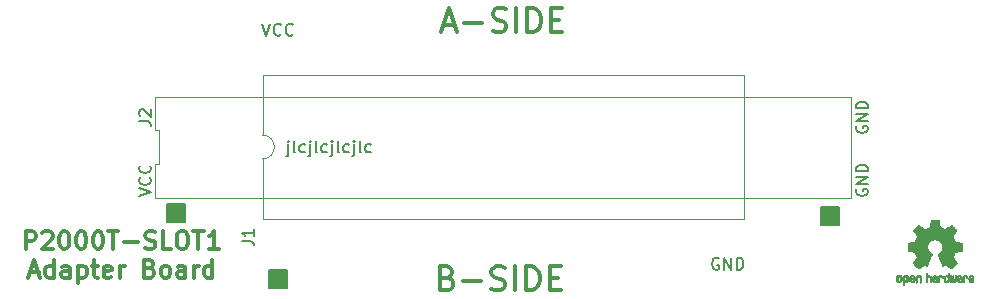
<source format=gbr>
%TF.GenerationSoftware,KiCad,Pcbnew,(6.0.9)*%
%TF.CreationDate,2023-08-23T16:46:46+02:00*%
%TF.ProjectId,p2000t-slot1-adapter-board,70323030-3074-42d7-936c-6f74312d6164,rev?*%
%TF.SameCoordinates,Original*%
%TF.FileFunction,Legend,Top*%
%TF.FilePolarity,Positive*%
%FSLAX46Y46*%
G04 Gerber Fmt 4.6, Leading zero omitted, Abs format (unit mm)*
G04 Created by KiCad (PCBNEW (6.0.9)) date 2023-08-23 16:46:46*
%MOMM*%
%LPD*%
G01*
G04 APERTURE LIST*
%ADD10C,0.150000*%
%ADD11C,0.300000*%
%ADD12C,0.010000*%
%ADD13C,0.120000*%
G04 APERTURE END LIST*
D10*
X86406000Y-36556000D02*
X87930000Y-36556000D01*
X87930000Y-36556000D02*
X87930000Y-35032000D01*
X87930000Y-35032000D02*
X86406000Y-35032000D01*
X86406000Y-35032000D02*
X86406000Y-36556000D01*
G36*
X86406000Y-36556000D02*
G01*
X87930000Y-36556000D01*
X87930000Y-35032000D01*
X86406000Y-35032000D01*
X86406000Y-36556000D01*
G37*
X89416000Y-28193904D02*
X89368380Y-28289142D01*
X89368380Y-28432000D01*
X89416000Y-28574857D01*
X89511238Y-28670095D01*
X89606476Y-28717714D01*
X89796952Y-28765333D01*
X89939809Y-28765333D01*
X90130285Y-28717714D01*
X90225523Y-28670095D01*
X90320761Y-28574857D01*
X90368380Y-28432000D01*
X90368380Y-28336761D01*
X90320761Y-28193904D01*
X90273142Y-28146285D01*
X89939809Y-28146285D01*
X89939809Y-28336761D01*
X90368380Y-27717714D02*
X89368380Y-27717714D01*
X90368380Y-27146285D01*
X89368380Y-27146285D01*
X90368380Y-26670095D02*
X89368380Y-26670095D01*
X89368380Y-26432000D01*
X89416000Y-26289142D01*
X89511238Y-26193904D01*
X89606476Y-26146285D01*
X89796952Y-26098666D01*
X89939809Y-26098666D01*
X90130285Y-26146285D01*
X90225523Y-26193904D01*
X90320761Y-26289142D01*
X90368380Y-26432000D01*
X90368380Y-26670095D01*
X89416000Y-33527904D02*
X89368380Y-33623142D01*
X89368380Y-33766000D01*
X89416000Y-33908857D01*
X89511238Y-34004095D01*
X89606476Y-34051714D01*
X89796952Y-34099333D01*
X89939809Y-34099333D01*
X90130285Y-34051714D01*
X90225523Y-34004095D01*
X90320761Y-33908857D01*
X90368380Y-33766000D01*
X90368380Y-33670761D01*
X90320761Y-33527904D01*
X90273142Y-33480285D01*
X89939809Y-33480285D01*
X89939809Y-33670761D01*
X90368380Y-33051714D02*
X89368380Y-33051714D01*
X90368380Y-32480285D01*
X89368380Y-32480285D01*
X90368380Y-32004095D02*
X89368380Y-32004095D01*
X89368380Y-31766000D01*
X89416000Y-31623142D01*
X89511238Y-31527904D01*
X89606476Y-31480285D01*
X89796952Y-31432666D01*
X89939809Y-31432666D01*
X90130285Y-31480285D01*
X90225523Y-31527904D01*
X90320761Y-31623142D01*
X90368380Y-31766000D01*
X90368380Y-32004095D01*
X28662380Y-34099333D02*
X29662380Y-33766000D01*
X28662380Y-33432666D01*
X29567142Y-32527904D02*
X29614761Y-32575523D01*
X29662380Y-32718380D01*
X29662380Y-32813619D01*
X29614761Y-32956476D01*
X29519523Y-33051714D01*
X29424285Y-33099333D01*
X29233809Y-33146952D01*
X29090952Y-33146952D01*
X28900476Y-33099333D01*
X28805238Y-33051714D01*
X28710000Y-32956476D01*
X28662380Y-32813619D01*
X28662380Y-32718380D01*
X28710000Y-32575523D01*
X28757619Y-32527904D01*
X29567142Y-31527904D02*
X29614761Y-31575523D01*
X29662380Y-31718380D01*
X29662380Y-31813619D01*
X29614761Y-31956476D01*
X29519523Y-32051714D01*
X29424285Y-32099333D01*
X29233809Y-32146952D01*
X29090952Y-32146952D01*
X28900476Y-32099333D01*
X28805238Y-32051714D01*
X28710000Y-31956476D01*
X28662380Y-31813619D01*
X28662380Y-31718380D01*
X28710000Y-31575523D01*
X28757619Y-31527904D01*
X31034000Y-36302000D02*
X32558000Y-36302000D01*
X32558000Y-36302000D02*
X32558000Y-34778000D01*
X32558000Y-34778000D02*
X31034000Y-34778000D01*
X31034000Y-34778000D02*
X31034000Y-36302000D01*
G36*
X31034000Y-36302000D02*
G01*
X32558000Y-36302000D01*
X32558000Y-34778000D01*
X31034000Y-34778000D01*
X31034000Y-36302000D01*
G37*
X39670000Y-41890000D02*
X41194000Y-41890000D01*
X41194000Y-41890000D02*
X41194000Y-40366000D01*
X41194000Y-40366000D02*
X39670000Y-40366000D01*
X39670000Y-40366000D02*
X39670000Y-41890000D01*
G36*
X39670000Y-41890000D02*
G01*
X41194000Y-41890000D01*
X41194000Y-40366000D01*
X39670000Y-40366000D01*
X39670000Y-41890000D01*
G37*
D11*
X54761606Y-41017519D02*
X55047320Y-41112757D01*
X55142558Y-41207996D01*
X55237797Y-41398472D01*
X55237797Y-41684186D01*
X55142558Y-41874662D01*
X55047320Y-41969900D01*
X54856844Y-42065138D01*
X54094939Y-42065138D01*
X54094939Y-40065138D01*
X54761606Y-40065138D01*
X54952082Y-40160377D01*
X55047320Y-40255615D01*
X55142558Y-40446091D01*
X55142558Y-40636567D01*
X55047320Y-40827043D01*
X54952082Y-40922281D01*
X54761606Y-41017519D01*
X54094939Y-41017519D01*
X56094939Y-41303234D02*
X57618749Y-41303234D01*
X58475892Y-41969900D02*
X58761606Y-42065138D01*
X59237797Y-42065138D01*
X59428273Y-41969900D01*
X59523511Y-41874662D01*
X59618749Y-41684186D01*
X59618749Y-41493710D01*
X59523511Y-41303234D01*
X59428273Y-41207996D01*
X59237797Y-41112757D01*
X58856844Y-41017519D01*
X58666368Y-40922281D01*
X58571130Y-40827043D01*
X58475892Y-40636567D01*
X58475892Y-40446091D01*
X58571130Y-40255615D01*
X58666368Y-40160377D01*
X58856844Y-40065138D01*
X59333035Y-40065138D01*
X59618749Y-40160377D01*
X60475892Y-42065138D02*
X60475892Y-40065138D01*
X61428273Y-42065138D02*
X61428273Y-40065138D01*
X61904463Y-40065138D01*
X62190178Y-40160377D01*
X62380654Y-40350853D01*
X62475892Y-40541329D01*
X62571130Y-40922281D01*
X62571130Y-41207996D01*
X62475892Y-41588948D01*
X62380654Y-41779424D01*
X62190178Y-41969900D01*
X61904463Y-42065138D01*
X61428273Y-42065138D01*
X63428273Y-41017519D02*
X64094939Y-41017519D01*
X64380654Y-42065138D02*
X63428273Y-42065138D01*
X63428273Y-40065138D01*
X64380654Y-40065138D01*
D10*
X41273809Y-29737714D02*
X41273809Y-30594857D01*
X41226190Y-30690095D01*
X41130952Y-30737714D01*
X41083333Y-30737714D01*
X41273809Y-29404380D02*
X41226190Y-29452000D01*
X41273809Y-29499619D01*
X41321428Y-29452000D01*
X41273809Y-29404380D01*
X41273809Y-29499619D01*
X41892857Y-30404380D02*
X41797619Y-30356761D01*
X41750000Y-30261523D01*
X41750000Y-29404380D01*
X42702380Y-30356761D02*
X42607142Y-30404380D01*
X42416666Y-30404380D01*
X42321428Y-30356761D01*
X42273809Y-30309142D01*
X42226190Y-30213904D01*
X42226190Y-29928190D01*
X42273809Y-29832952D01*
X42321428Y-29785333D01*
X42416666Y-29737714D01*
X42607142Y-29737714D01*
X42702380Y-29785333D01*
X43130952Y-29737714D02*
X43130952Y-30594857D01*
X43083333Y-30690095D01*
X42988095Y-30737714D01*
X42940476Y-30737714D01*
X43130952Y-29404380D02*
X43083333Y-29452000D01*
X43130952Y-29499619D01*
X43178571Y-29452000D01*
X43130952Y-29404380D01*
X43130952Y-29499619D01*
X43750000Y-30404380D02*
X43654761Y-30356761D01*
X43607142Y-30261523D01*
X43607142Y-29404380D01*
X44559523Y-30356761D02*
X44464285Y-30404380D01*
X44273809Y-30404380D01*
X44178571Y-30356761D01*
X44130952Y-30309142D01*
X44083333Y-30213904D01*
X44083333Y-29928190D01*
X44130952Y-29832952D01*
X44178571Y-29785333D01*
X44273809Y-29737714D01*
X44464285Y-29737714D01*
X44559523Y-29785333D01*
X44988095Y-29737714D02*
X44988095Y-30594857D01*
X44940476Y-30690095D01*
X44845238Y-30737714D01*
X44797619Y-30737714D01*
X44988095Y-29404380D02*
X44940476Y-29452000D01*
X44988095Y-29499619D01*
X45035714Y-29452000D01*
X44988095Y-29404380D01*
X44988095Y-29499619D01*
X45607142Y-30404380D02*
X45511904Y-30356761D01*
X45464285Y-30261523D01*
X45464285Y-29404380D01*
X46416666Y-30356761D02*
X46321428Y-30404380D01*
X46130952Y-30404380D01*
X46035714Y-30356761D01*
X45988095Y-30309142D01*
X45940476Y-30213904D01*
X45940476Y-29928190D01*
X45988095Y-29832952D01*
X46035714Y-29785333D01*
X46130952Y-29737714D01*
X46321428Y-29737714D01*
X46416666Y-29785333D01*
X46845238Y-29737714D02*
X46845238Y-30594857D01*
X46797619Y-30690095D01*
X46702380Y-30737714D01*
X46654761Y-30737714D01*
X46845238Y-29404380D02*
X46797619Y-29452000D01*
X46845238Y-29499619D01*
X46892857Y-29452000D01*
X46845238Y-29404380D01*
X46845238Y-29499619D01*
X47464285Y-30404380D02*
X47369047Y-30356761D01*
X47321428Y-30261523D01*
X47321428Y-29404380D01*
X48273809Y-30356761D02*
X48178571Y-30404380D01*
X47988095Y-30404380D01*
X47892857Y-30356761D01*
X47845238Y-30309142D01*
X47797619Y-30213904D01*
X47797619Y-29928190D01*
X47845238Y-29832952D01*
X47892857Y-29785333D01*
X47988095Y-29737714D01*
X48178571Y-29737714D01*
X48273809Y-29785333D01*
D11*
X19035142Y-38587071D02*
X19035142Y-37087071D01*
X19606571Y-37087071D01*
X19749428Y-37158500D01*
X19820857Y-37229928D01*
X19892285Y-37372785D01*
X19892285Y-37587071D01*
X19820857Y-37729928D01*
X19749428Y-37801357D01*
X19606571Y-37872785D01*
X19035142Y-37872785D01*
X20463714Y-37229928D02*
X20535142Y-37158500D01*
X20678000Y-37087071D01*
X21035142Y-37087071D01*
X21178000Y-37158500D01*
X21249428Y-37229928D01*
X21320857Y-37372785D01*
X21320857Y-37515642D01*
X21249428Y-37729928D01*
X20392285Y-38587071D01*
X21320857Y-38587071D01*
X22249428Y-37087071D02*
X22392285Y-37087071D01*
X22535142Y-37158500D01*
X22606571Y-37229928D01*
X22678000Y-37372785D01*
X22749428Y-37658500D01*
X22749428Y-38015642D01*
X22678000Y-38301357D01*
X22606571Y-38444214D01*
X22535142Y-38515642D01*
X22392285Y-38587071D01*
X22249428Y-38587071D01*
X22106571Y-38515642D01*
X22035142Y-38444214D01*
X21963714Y-38301357D01*
X21892285Y-38015642D01*
X21892285Y-37658500D01*
X21963714Y-37372785D01*
X22035142Y-37229928D01*
X22106571Y-37158500D01*
X22249428Y-37087071D01*
X23678000Y-37087071D02*
X23820857Y-37087071D01*
X23963714Y-37158500D01*
X24035142Y-37229928D01*
X24106571Y-37372785D01*
X24178000Y-37658500D01*
X24178000Y-38015642D01*
X24106571Y-38301357D01*
X24035142Y-38444214D01*
X23963714Y-38515642D01*
X23820857Y-38587071D01*
X23678000Y-38587071D01*
X23535142Y-38515642D01*
X23463714Y-38444214D01*
X23392285Y-38301357D01*
X23320857Y-38015642D01*
X23320857Y-37658500D01*
X23392285Y-37372785D01*
X23463714Y-37229928D01*
X23535142Y-37158500D01*
X23678000Y-37087071D01*
X25106571Y-37087071D02*
X25249428Y-37087071D01*
X25392285Y-37158500D01*
X25463714Y-37229928D01*
X25535142Y-37372785D01*
X25606571Y-37658500D01*
X25606571Y-38015642D01*
X25535142Y-38301357D01*
X25463714Y-38444214D01*
X25392285Y-38515642D01*
X25249428Y-38587071D01*
X25106571Y-38587071D01*
X24963714Y-38515642D01*
X24892285Y-38444214D01*
X24820857Y-38301357D01*
X24749428Y-38015642D01*
X24749428Y-37658500D01*
X24820857Y-37372785D01*
X24892285Y-37229928D01*
X24963714Y-37158500D01*
X25106571Y-37087071D01*
X26035142Y-37087071D02*
X26892285Y-37087071D01*
X26463714Y-38587071D02*
X26463714Y-37087071D01*
X27392285Y-38015642D02*
X28535142Y-38015642D01*
X29178000Y-38515642D02*
X29392285Y-38587071D01*
X29749428Y-38587071D01*
X29892285Y-38515642D01*
X29963714Y-38444214D01*
X30035142Y-38301357D01*
X30035142Y-38158500D01*
X29963714Y-38015642D01*
X29892285Y-37944214D01*
X29749428Y-37872785D01*
X29463714Y-37801357D01*
X29320857Y-37729928D01*
X29249428Y-37658500D01*
X29178000Y-37515642D01*
X29178000Y-37372785D01*
X29249428Y-37229928D01*
X29320857Y-37158500D01*
X29463714Y-37087071D01*
X29820857Y-37087071D01*
X30035142Y-37158500D01*
X31392285Y-38587071D02*
X30678000Y-38587071D01*
X30678000Y-37087071D01*
X32178000Y-37087071D02*
X32463714Y-37087071D01*
X32606571Y-37158500D01*
X32749428Y-37301357D01*
X32820857Y-37587071D01*
X32820857Y-38087071D01*
X32749428Y-38372785D01*
X32606571Y-38515642D01*
X32463714Y-38587071D01*
X32178000Y-38587071D01*
X32035142Y-38515642D01*
X31892285Y-38372785D01*
X31820857Y-38087071D01*
X31820857Y-37587071D01*
X31892285Y-37301357D01*
X32035142Y-37158500D01*
X32178000Y-37087071D01*
X33249428Y-37087071D02*
X34106571Y-37087071D01*
X33678000Y-38587071D02*
X33678000Y-37087071D01*
X35392285Y-38587071D02*
X34535142Y-38587071D01*
X34963714Y-38587071D02*
X34963714Y-37087071D01*
X34820857Y-37301357D01*
X34678000Y-37444214D01*
X34535142Y-37515642D01*
X19428000Y-40573500D02*
X20142285Y-40573500D01*
X19285142Y-41002071D02*
X19785142Y-39502071D01*
X20285142Y-41002071D01*
X21428000Y-41002071D02*
X21428000Y-39502071D01*
X21428000Y-40930642D02*
X21285142Y-41002071D01*
X20999428Y-41002071D01*
X20856571Y-40930642D01*
X20785142Y-40859214D01*
X20713714Y-40716357D01*
X20713714Y-40287785D01*
X20785142Y-40144928D01*
X20856571Y-40073500D01*
X20999428Y-40002071D01*
X21285142Y-40002071D01*
X21428000Y-40073500D01*
X22785142Y-41002071D02*
X22785142Y-40216357D01*
X22713714Y-40073500D01*
X22570857Y-40002071D01*
X22285142Y-40002071D01*
X22142285Y-40073500D01*
X22785142Y-40930642D02*
X22642285Y-41002071D01*
X22285142Y-41002071D01*
X22142285Y-40930642D01*
X22070857Y-40787785D01*
X22070857Y-40644928D01*
X22142285Y-40502071D01*
X22285142Y-40430642D01*
X22642285Y-40430642D01*
X22785142Y-40359214D01*
X23499428Y-40002071D02*
X23499428Y-41502071D01*
X23499428Y-40073500D02*
X23642285Y-40002071D01*
X23928000Y-40002071D01*
X24070857Y-40073500D01*
X24142285Y-40144928D01*
X24213714Y-40287785D01*
X24213714Y-40716357D01*
X24142285Y-40859214D01*
X24070857Y-40930642D01*
X23928000Y-41002071D01*
X23642285Y-41002071D01*
X23499428Y-40930642D01*
X24642285Y-40002071D02*
X25213714Y-40002071D01*
X24856571Y-39502071D02*
X24856571Y-40787785D01*
X24928000Y-40930642D01*
X25070857Y-41002071D01*
X25213714Y-41002071D01*
X26285142Y-40930642D02*
X26142285Y-41002071D01*
X25856571Y-41002071D01*
X25713714Y-40930642D01*
X25642285Y-40787785D01*
X25642285Y-40216357D01*
X25713714Y-40073500D01*
X25856571Y-40002071D01*
X26142285Y-40002071D01*
X26285142Y-40073500D01*
X26356571Y-40216357D01*
X26356571Y-40359214D01*
X25642285Y-40502071D01*
X26999428Y-41002071D02*
X26999428Y-40002071D01*
X26999428Y-40287785D02*
X27070857Y-40144928D01*
X27142285Y-40073500D01*
X27285142Y-40002071D01*
X27428000Y-40002071D01*
X29570857Y-40216357D02*
X29785142Y-40287785D01*
X29856571Y-40359214D01*
X29928000Y-40502071D01*
X29928000Y-40716357D01*
X29856571Y-40859214D01*
X29785142Y-40930642D01*
X29642285Y-41002071D01*
X29070857Y-41002071D01*
X29070857Y-39502071D01*
X29570857Y-39502071D01*
X29713714Y-39573500D01*
X29785142Y-39644928D01*
X29856571Y-39787785D01*
X29856571Y-39930642D01*
X29785142Y-40073500D01*
X29713714Y-40144928D01*
X29570857Y-40216357D01*
X29070857Y-40216357D01*
X30785142Y-41002071D02*
X30642285Y-40930642D01*
X30570857Y-40859214D01*
X30499428Y-40716357D01*
X30499428Y-40287785D01*
X30570857Y-40144928D01*
X30642285Y-40073500D01*
X30785142Y-40002071D01*
X30999428Y-40002071D01*
X31142285Y-40073500D01*
X31213714Y-40144928D01*
X31285142Y-40287785D01*
X31285142Y-40716357D01*
X31213714Y-40859214D01*
X31142285Y-40930642D01*
X30999428Y-41002071D01*
X30785142Y-41002071D01*
X32570857Y-41002071D02*
X32570857Y-40216357D01*
X32499428Y-40073500D01*
X32356571Y-40002071D01*
X32070857Y-40002071D01*
X31928000Y-40073500D01*
X32570857Y-40930642D02*
X32428000Y-41002071D01*
X32070857Y-41002071D01*
X31928000Y-40930642D01*
X31856571Y-40787785D01*
X31856571Y-40644928D01*
X31928000Y-40502071D01*
X32070857Y-40430642D01*
X32428000Y-40430642D01*
X32570857Y-40359214D01*
X33285142Y-41002071D02*
X33285142Y-40002071D01*
X33285142Y-40287785D02*
X33356571Y-40144928D01*
X33428000Y-40073500D01*
X33570857Y-40002071D01*
X33713714Y-40002071D01*
X34856571Y-41002071D02*
X34856571Y-39502071D01*
X34856571Y-40930642D02*
X34713714Y-41002071D01*
X34428000Y-41002071D01*
X34285142Y-40930642D01*
X34213714Y-40859214D01*
X34142285Y-40716357D01*
X34142285Y-40287785D01*
X34213714Y-40144928D01*
X34285142Y-40073500D01*
X34428000Y-40002071D01*
X34713714Y-40002071D01*
X34856571Y-40073500D01*
X54388380Y-19637333D02*
X55340761Y-19637333D01*
X54197904Y-20208761D02*
X54864571Y-18208761D01*
X55531238Y-20208761D01*
X56197904Y-19446857D02*
X57721714Y-19446857D01*
X58578857Y-20113523D02*
X58864571Y-20208761D01*
X59340761Y-20208761D01*
X59531238Y-20113523D01*
X59626476Y-20018285D01*
X59721714Y-19827809D01*
X59721714Y-19637333D01*
X59626476Y-19446857D01*
X59531238Y-19351619D01*
X59340761Y-19256380D01*
X58959809Y-19161142D01*
X58769333Y-19065904D01*
X58674095Y-18970666D01*
X58578857Y-18780190D01*
X58578857Y-18589714D01*
X58674095Y-18399238D01*
X58769333Y-18304000D01*
X58959809Y-18208761D01*
X59435999Y-18208761D01*
X59721714Y-18304000D01*
X60578857Y-20208761D02*
X60578857Y-18208761D01*
X61531238Y-20208761D02*
X61531238Y-18208761D01*
X62007428Y-18208761D01*
X62293142Y-18304000D01*
X62483619Y-18494476D01*
X62578857Y-18684952D01*
X62674095Y-19065904D01*
X62674095Y-19351619D01*
X62578857Y-19732571D01*
X62483619Y-19923047D01*
X62293142Y-20113523D01*
X62007428Y-20208761D01*
X61531238Y-20208761D01*
X63531238Y-19161142D02*
X64197904Y-19161142D01*
X64483619Y-20208761D02*
X63531238Y-20208761D01*
X63531238Y-18208761D01*
X64483619Y-18208761D01*
D10*
X77724095Y-39378000D02*
X77628857Y-39330380D01*
X77486000Y-39330380D01*
X77343142Y-39378000D01*
X77247904Y-39473238D01*
X77200285Y-39568476D01*
X77152666Y-39758952D01*
X77152666Y-39901809D01*
X77200285Y-40092285D01*
X77247904Y-40187523D01*
X77343142Y-40282761D01*
X77486000Y-40330380D01*
X77581238Y-40330380D01*
X77724095Y-40282761D01*
X77771714Y-40235142D01*
X77771714Y-39901809D01*
X77581238Y-39901809D01*
X78200285Y-40330380D02*
X78200285Y-39330380D01*
X78771714Y-40330380D01*
X78771714Y-39330380D01*
X79247904Y-40330380D02*
X79247904Y-39330380D01*
X79486000Y-39330380D01*
X79628857Y-39378000D01*
X79724095Y-39473238D01*
X79771714Y-39568476D01*
X79819333Y-39758952D01*
X79819333Y-39901809D01*
X79771714Y-40092285D01*
X79724095Y-40187523D01*
X79628857Y-40282761D01*
X79486000Y-40330380D01*
X79247904Y-40330380D01*
X39098666Y-19518380D02*
X39432000Y-20518380D01*
X39765333Y-19518380D01*
X40670095Y-20423142D02*
X40622476Y-20470761D01*
X40479619Y-20518380D01*
X40384380Y-20518380D01*
X40241523Y-20470761D01*
X40146285Y-20375523D01*
X40098666Y-20280285D01*
X40051047Y-20089809D01*
X40051047Y-19946952D01*
X40098666Y-19756476D01*
X40146285Y-19661238D01*
X40241523Y-19566000D01*
X40384380Y-19518380D01*
X40479619Y-19518380D01*
X40622476Y-19566000D01*
X40670095Y-19613619D01*
X41670095Y-20423142D02*
X41622476Y-20470761D01*
X41479619Y-20518380D01*
X41384380Y-20518380D01*
X41241523Y-20470761D01*
X41146285Y-20375523D01*
X41098666Y-20280285D01*
X41051047Y-20089809D01*
X41051047Y-19946952D01*
X41098666Y-19756476D01*
X41146285Y-19661238D01*
X41241523Y-19566000D01*
X41384380Y-19518380D01*
X41479619Y-19518380D01*
X41622476Y-19566000D01*
X41670095Y-19613619D01*
%TO.C,J2*%
X28662380Y-27765333D02*
X29376666Y-27765333D01*
X29519523Y-27812952D01*
X29614761Y-27908190D01*
X29662380Y-28051047D01*
X29662380Y-28146285D01*
X28757619Y-27336761D02*
X28710000Y-27289142D01*
X28662380Y-27193904D01*
X28662380Y-26955809D01*
X28710000Y-26860571D01*
X28757619Y-26812952D01*
X28852857Y-26765333D01*
X28948095Y-26765333D01*
X29090952Y-26812952D01*
X29662380Y-27384380D01*
X29662380Y-26765333D01*
%TO.C,J1*%
X37344380Y-37905333D02*
X38058666Y-37905333D01*
X38201523Y-37952952D01*
X38296761Y-38048190D01*
X38344380Y-38191047D01*
X38344380Y-38286285D01*
X38344380Y-36905333D02*
X38344380Y-37476761D01*
X38344380Y-37191047D02*
X37344380Y-37191047D01*
X37487238Y-37286285D01*
X37582476Y-37381523D01*
X37630095Y-37476761D01*
%TO.C,REF\u002A\u002A*%
G36*
X97791833Y-40820663D02*
G01*
X97794048Y-40858850D01*
X97795784Y-40916886D01*
X97796899Y-40990180D01*
X97797257Y-41067055D01*
X97797257Y-41327196D01*
X97751326Y-41373127D01*
X97719675Y-41401429D01*
X97691890Y-41412893D01*
X97653915Y-41412168D01*
X97638840Y-41410321D01*
X97591726Y-41404948D01*
X97552756Y-41401869D01*
X97543257Y-41401585D01*
X97511233Y-41403445D01*
X97465432Y-41408114D01*
X97447674Y-41410321D01*
X97404057Y-41413735D01*
X97374745Y-41406320D01*
X97345680Y-41383427D01*
X97335188Y-41373127D01*
X97289257Y-41327196D01*
X97289257Y-40840602D01*
X97326226Y-40823758D01*
X97358059Y-40811282D01*
X97376683Y-40806914D01*
X97381458Y-40820718D01*
X97385921Y-40859286D01*
X97389775Y-40918356D01*
X97392722Y-40993663D01*
X97394143Y-41057286D01*
X97398114Y-41307657D01*
X97432759Y-41312556D01*
X97464268Y-41309131D01*
X97479708Y-41298041D01*
X97484023Y-41277308D01*
X97487708Y-41233145D01*
X97490469Y-41171146D01*
X97492012Y-41096909D01*
X97492235Y-41058706D01*
X97492457Y-40838783D01*
X97538166Y-40822849D01*
X97570518Y-40812015D01*
X97588115Y-40806962D01*
X97588623Y-40806914D01*
X97590388Y-40820648D01*
X97592329Y-40858730D01*
X97594282Y-40916482D01*
X97596084Y-40989227D01*
X97597343Y-41057286D01*
X97601314Y-41307657D01*
X97688400Y-41307657D01*
X97692396Y-41079240D01*
X97696392Y-40850822D01*
X97738847Y-40828868D01*
X97770192Y-40813793D01*
X97788744Y-40806951D01*
X97789279Y-40806914D01*
X97791833Y-40820663D01*
G37*
D12*
X97791833Y-40820663D02*
X97794048Y-40858850D01*
X97795784Y-40916886D01*
X97796899Y-40990180D01*
X97797257Y-41067055D01*
X97797257Y-41327196D01*
X97751326Y-41373127D01*
X97719675Y-41401429D01*
X97691890Y-41412893D01*
X97653915Y-41412168D01*
X97638840Y-41410321D01*
X97591726Y-41404948D01*
X97552756Y-41401869D01*
X97543257Y-41401585D01*
X97511233Y-41403445D01*
X97465432Y-41408114D01*
X97447674Y-41410321D01*
X97404057Y-41413735D01*
X97374745Y-41406320D01*
X97345680Y-41383427D01*
X97335188Y-41373127D01*
X97289257Y-41327196D01*
X97289257Y-40840602D01*
X97326226Y-40823758D01*
X97358059Y-40811282D01*
X97376683Y-40806914D01*
X97381458Y-40820718D01*
X97385921Y-40859286D01*
X97389775Y-40918356D01*
X97392722Y-40993663D01*
X97394143Y-41057286D01*
X97398114Y-41307657D01*
X97432759Y-41312556D01*
X97464268Y-41309131D01*
X97479708Y-41298041D01*
X97484023Y-41277308D01*
X97487708Y-41233145D01*
X97490469Y-41171146D01*
X97492012Y-41096909D01*
X97492235Y-41058706D01*
X97492457Y-40838783D01*
X97538166Y-40822849D01*
X97570518Y-40812015D01*
X97588115Y-40806962D01*
X97588623Y-40806914D01*
X97590388Y-40820648D01*
X97592329Y-40858730D01*
X97594282Y-40916482D01*
X97596084Y-40989227D01*
X97597343Y-41057286D01*
X97601314Y-41307657D01*
X97688400Y-41307657D01*
X97692396Y-41079240D01*
X97696392Y-40850822D01*
X97738847Y-40828868D01*
X97770192Y-40813793D01*
X97788744Y-40806951D01*
X97789279Y-40806914D01*
X97791833Y-40820663D01*
G36*
X92749096Y-40970159D02*
G01*
X92754068Y-40933949D01*
X92762713Y-40907299D01*
X92776005Y-40883722D01*
X92778943Y-40879338D01*
X92828313Y-40820249D01*
X92882109Y-40785947D01*
X92947602Y-40772331D01*
X92969842Y-40771665D01*
X93053115Y-40783962D01*
X93121145Y-40819733D01*
X93171351Y-40877301D01*
X93189185Y-40914312D01*
X93203063Y-40969882D01*
X93210167Y-41040096D01*
X93210840Y-41116727D01*
X93205427Y-41191552D01*
X93194270Y-41256342D01*
X93177714Y-41302873D01*
X93172626Y-41310887D01*
X93112355Y-41370707D01*
X93040769Y-41406535D01*
X92963092Y-41417020D01*
X92884548Y-41400810D01*
X92862689Y-41391092D01*
X92820122Y-41361143D01*
X92782763Y-41321433D01*
X92779232Y-41316397D01*
X92764881Y-41292124D01*
X92755394Y-41266178D01*
X92749790Y-41232022D01*
X92747086Y-41183119D01*
X92746299Y-41112935D01*
X92746286Y-41097200D01*
X92746322Y-41092192D01*
X92891429Y-41092192D01*
X92892273Y-41158430D01*
X92895596Y-41202386D01*
X92902583Y-41230779D01*
X92914416Y-41250325D01*
X92920457Y-41256857D01*
X92955186Y-41281680D01*
X92988903Y-41280548D01*
X93022995Y-41259016D01*
X93043329Y-41236029D01*
X93055371Y-41202478D01*
X93062134Y-41149569D01*
X93062598Y-41143399D01*
X93063752Y-41047513D01*
X93051688Y-40976299D01*
X93026570Y-40930194D01*
X92988560Y-40909635D01*
X92974992Y-40908514D01*
X92939364Y-40914152D01*
X92914994Y-40933686D01*
X92900093Y-40971042D01*
X92892875Y-41030150D01*
X92891429Y-41092192D01*
X92746322Y-41092192D01*
X92746826Y-41022413D01*
X92749096Y-40970159D01*
G37*
X92749096Y-40970159D02*
X92754068Y-40933949D01*
X92762713Y-40907299D01*
X92776005Y-40883722D01*
X92778943Y-40879338D01*
X92828313Y-40820249D01*
X92882109Y-40785947D01*
X92947602Y-40772331D01*
X92969842Y-40771665D01*
X93053115Y-40783962D01*
X93121145Y-40819733D01*
X93171351Y-40877301D01*
X93189185Y-40914312D01*
X93203063Y-40969882D01*
X93210167Y-41040096D01*
X93210840Y-41116727D01*
X93205427Y-41191552D01*
X93194270Y-41256342D01*
X93177714Y-41302873D01*
X93172626Y-41310887D01*
X93112355Y-41370707D01*
X93040769Y-41406535D01*
X92963092Y-41417020D01*
X92884548Y-41400810D01*
X92862689Y-41391092D01*
X92820122Y-41361143D01*
X92782763Y-41321433D01*
X92779232Y-41316397D01*
X92764881Y-41292124D01*
X92755394Y-41266178D01*
X92749790Y-41232022D01*
X92747086Y-41183119D01*
X92746299Y-41112935D01*
X92746286Y-41097200D01*
X92746322Y-41092192D01*
X92891429Y-41092192D01*
X92892273Y-41158430D01*
X92895596Y-41202386D01*
X92902583Y-41230779D01*
X92914416Y-41250325D01*
X92920457Y-41256857D01*
X92955186Y-41281680D01*
X92988903Y-41280548D01*
X93022995Y-41259016D01*
X93043329Y-41236029D01*
X93055371Y-41202478D01*
X93062134Y-41149569D01*
X93062598Y-41143399D01*
X93063752Y-41047513D01*
X93051688Y-40976299D01*
X93026570Y-40930194D01*
X92988560Y-40909635D01*
X92974992Y-40908514D01*
X92939364Y-40914152D01*
X92914994Y-40933686D01*
X92900093Y-40971042D01*
X92892875Y-41030150D01*
X92891429Y-41092192D01*
X92746322Y-41092192D01*
X92746826Y-41022413D01*
X92749096Y-40970159D01*
G36*
X98880196Y-40957384D02*
G01*
X98893884Y-40908695D01*
X98916096Y-40872849D01*
X98948574Y-40844513D01*
X98962733Y-40835355D01*
X99027053Y-40811507D01*
X99097473Y-40810006D01*
X99165595Y-40828966D01*
X99223021Y-40866497D01*
X99250719Y-40900096D01*
X99272662Y-40961064D01*
X99274405Y-41009308D01*
X99270457Y-41073816D01*
X99121686Y-41138934D01*
X99049349Y-41172202D01*
X99002084Y-41198964D01*
X98977507Y-41222144D01*
X98973237Y-41244667D01*
X98986889Y-41269455D01*
X99001943Y-41285886D01*
X99045746Y-41312235D01*
X99093389Y-41314081D01*
X99137145Y-41293546D01*
X99169289Y-41252752D01*
X99175038Y-41238347D01*
X99202576Y-41193356D01*
X99234258Y-41174182D01*
X99277714Y-41157779D01*
X99277714Y-41219966D01*
X99273872Y-41262283D01*
X99258823Y-41297969D01*
X99227280Y-41338943D01*
X99222592Y-41344267D01*
X99187506Y-41380720D01*
X99157347Y-41400283D01*
X99119615Y-41409283D01*
X99088335Y-41412230D01*
X99032385Y-41412965D01*
X98992555Y-41403660D01*
X98967708Y-41389846D01*
X98928656Y-41359467D01*
X98901625Y-41326613D01*
X98884517Y-41285294D01*
X98875238Y-41229521D01*
X98871693Y-41153305D01*
X98871410Y-41114622D01*
X98872372Y-41068247D01*
X98960007Y-41068247D01*
X98961023Y-41093126D01*
X98963556Y-41097200D01*
X98980274Y-41091665D01*
X99016249Y-41077017D01*
X99064331Y-41056190D01*
X99074386Y-41051714D01*
X99135152Y-41020814D01*
X99168632Y-40993657D01*
X99175990Y-40968220D01*
X99158391Y-40942481D01*
X99143856Y-40931109D01*
X99091410Y-40908364D01*
X99042322Y-40912122D01*
X99001227Y-40939884D01*
X98972758Y-40989152D01*
X98963631Y-41028257D01*
X98960007Y-41068247D01*
X98872372Y-41068247D01*
X98873285Y-41024249D01*
X98880196Y-40957384D01*
G37*
X98880196Y-40957384D02*
X98893884Y-40908695D01*
X98916096Y-40872849D01*
X98948574Y-40844513D01*
X98962733Y-40835355D01*
X99027053Y-40811507D01*
X99097473Y-40810006D01*
X99165595Y-40828966D01*
X99223021Y-40866497D01*
X99250719Y-40900096D01*
X99272662Y-40961064D01*
X99274405Y-41009308D01*
X99270457Y-41073816D01*
X99121686Y-41138934D01*
X99049349Y-41172202D01*
X99002084Y-41198964D01*
X98977507Y-41222144D01*
X98973237Y-41244667D01*
X98986889Y-41269455D01*
X99001943Y-41285886D01*
X99045746Y-41312235D01*
X99093389Y-41314081D01*
X99137145Y-41293546D01*
X99169289Y-41252752D01*
X99175038Y-41238347D01*
X99202576Y-41193356D01*
X99234258Y-41174182D01*
X99277714Y-41157779D01*
X99277714Y-41219966D01*
X99273872Y-41262283D01*
X99258823Y-41297969D01*
X99227280Y-41338943D01*
X99222592Y-41344267D01*
X99187506Y-41380720D01*
X99157347Y-41400283D01*
X99119615Y-41409283D01*
X99088335Y-41412230D01*
X99032385Y-41412965D01*
X98992555Y-41403660D01*
X98967708Y-41389846D01*
X98928656Y-41359467D01*
X98901625Y-41326613D01*
X98884517Y-41285294D01*
X98875238Y-41229521D01*
X98871693Y-41153305D01*
X98871410Y-41114622D01*
X98872372Y-41068247D01*
X98960007Y-41068247D01*
X98961023Y-41093126D01*
X98963556Y-41097200D01*
X98980274Y-41091665D01*
X99016249Y-41077017D01*
X99064331Y-41056190D01*
X99074386Y-41051714D01*
X99135152Y-41020814D01*
X99168632Y-40993657D01*
X99175990Y-40968220D01*
X99158391Y-40942481D01*
X99143856Y-40931109D01*
X99091410Y-40908364D01*
X99042322Y-40912122D01*
X99001227Y-40939884D01*
X98972758Y-40989152D01*
X98963631Y-41028257D01*
X98960007Y-41068247D01*
X98872372Y-41068247D01*
X98873285Y-41024249D01*
X98880196Y-40957384D01*
G36*
X94728093Y-40789780D02*
G01*
X94774672Y-40816723D01*
X94807057Y-40843466D01*
X94830742Y-40871484D01*
X94847059Y-40905748D01*
X94857339Y-40951227D01*
X94862914Y-41012892D01*
X94865116Y-41095711D01*
X94865371Y-41155246D01*
X94865371Y-41374391D01*
X94803686Y-41402044D01*
X94742000Y-41429697D01*
X94734743Y-41189670D01*
X94731744Y-41100028D01*
X94728598Y-41034962D01*
X94724701Y-40990026D01*
X94719447Y-40960770D01*
X94712231Y-40942748D01*
X94702450Y-40931511D01*
X94699312Y-40929079D01*
X94651761Y-40910083D01*
X94603697Y-40917600D01*
X94575086Y-40937543D01*
X94563447Y-40951675D01*
X94555391Y-40970220D01*
X94550271Y-40998334D01*
X94547441Y-41041173D01*
X94546256Y-41103895D01*
X94546057Y-41169261D01*
X94546018Y-41251268D01*
X94544614Y-41309316D01*
X94539914Y-41348465D01*
X94529987Y-41373780D01*
X94512903Y-41390323D01*
X94486732Y-41403156D01*
X94451775Y-41416491D01*
X94413596Y-41431007D01*
X94418141Y-41173389D01*
X94419971Y-41080519D01*
X94422112Y-41011889D01*
X94425181Y-40962711D01*
X94429794Y-40928198D01*
X94436568Y-40903562D01*
X94446119Y-40884016D01*
X94457634Y-40866770D01*
X94513190Y-40811680D01*
X94580980Y-40779822D01*
X94654713Y-40772191D01*
X94728093Y-40789780D01*
G37*
X94728093Y-40789780D02*
X94774672Y-40816723D01*
X94807057Y-40843466D01*
X94830742Y-40871484D01*
X94847059Y-40905748D01*
X94857339Y-40951227D01*
X94862914Y-41012892D01*
X94865116Y-41095711D01*
X94865371Y-41155246D01*
X94865371Y-41374391D01*
X94803686Y-41402044D01*
X94742000Y-41429697D01*
X94734743Y-41189670D01*
X94731744Y-41100028D01*
X94728598Y-41034962D01*
X94724701Y-40990026D01*
X94719447Y-40960770D01*
X94712231Y-40942748D01*
X94702450Y-40931511D01*
X94699312Y-40929079D01*
X94651761Y-40910083D01*
X94603697Y-40917600D01*
X94575086Y-40937543D01*
X94563447Y-40951675D01*
X94555391Y-40970220D01*
X94550271Y-40998334D01*
X94547441Y-41041173D01*
X94546256Y-41103895D01*
X94546057Y-41169261D01*
X94546018Y-41251268D01*
X94544614Y-41309316D01*
X94539914Y-41348465D01*
X94529987Y-41373780D01*
X94512903Y-41390323D01*
X94486732Y-41403156D01*
X94451775Y-41416491D01*
X94413596Y-41431007D01*
X94418141Y-41173389D01*
X94419971Y-41080519D01*
X94422112Y-41011889D01*
X94425181Y-40962711D01*
X94429794Y-40928198D01*
X94436568Y-40903562D01*
X94446119Y-40884016D01*
X94457634Y-40866770D01*
X94513190Y-40811680D01*
X94580980Y-40779822D01*
X94654713Y-40772191D01*
X94728093Y-40789780D01*
G36*
X98664600Y-40820752D02*
G01*
X98681948Y-40828334D01*
X98723356Y-40861128D01*
X98758765Y-40908547D01*
X98780664Y-40959151D01*
X98784229Y-40984098D01*
X98772279Y-41018927D01*
X98746067Y-41037357D01*
X98717964Y-41048516D01*
X98705095Y-41050572D01*
X98698829Y-41035649D01*
X98686456Y-41003175D01*
X98681028Y-40988502D01*
X98650590Y-40937744D01*
X98606520Y-40912427D01*
X98550010Y-40913206D01*
X98545825Y-40914203D01*
X98515655Y-40928507D01*
X98493476Y-40956393D01*
X98478327Y-41001287D01*
X98469250Y-41066615D01*
X98465286Y-41155804D01*
X98464914Y-41203261D01*
X98464730Y-41278071D01*
X98463522Y-41329069D01*
X98460309Y-41361471D01*
X98454109Y-41380495D01*
X98443940Y-41391356D01*
X98428819Y-41399272D01*
X98427946Y-41399670D01*
X98398828Y-41411981D01*
X98384403Y-41416514D01*
X98382186Y-41402809D01*
X98380289Y-41364925D01*
X98378847Y-41307715D01*
X98377998Y-41236027D01*
X98377829Y-41183565D01*
X98378692Y-41082047D01*
X98382070Y-41005032D01*
X98389142Y-40948023D01*
X98401088Y-40906526D01*
X98419090Y-40876043D01*
X98444327Y-40852080D01*
X98469247Y-40835355D01*
X98529171Y-40813097D01*
X98598911Y-40808076D01*
X98664600Y-40820752D01*
G37*
X98664600Y-40820752D02*
X98681948Y-40828334D01*
X98723356Y-40861128D01*
X98758765Y-40908547D01*
X98780664Y-40959151D01*
X98784229Y-40984098D01*
X98772279Y-41018927D01*
X98746067Y-41037357D01*
X98717964Y-41048516D01*
X98705095Y-41050572D01*
X98698829Y-41035649D01*
X98686456Y-41003175D01*
X98681028Y-40988502D01*
X98650590Y-40937744D01*
X98606520Y-40912427D01*
X98550010Y-40913206D01*
X98545825Y-40914203D01*
X98515655Y-40928507D01*
X98493476Y-40956393D01*
X98478327Y-41001287D01*
X98469250Y-41066615D01*
X98465286Y-41155804D01*
X98464914Y-41203261D01*
X98464730Y-41278071D01*
X98463522Y-41329069D01*
X98460309Y-41361471D01*
X98454109Y-41380495D01*
X98443940Y-41391356D01*
X98428819Y-41399272D01*
X98427946Y-41399670D01*
X98398828Y-41411981D01*
X98384403Y-41416514D01*
X98382186Y-41402809D01*
X98380289Y-41364925D01*
X98378847Y-41307715D01*
X98377998Y-41236027D01*
X98377829Y-41183565D01*
X98378692Y-41082047D01*
X98382070Y-41005032D01*
X98389142Y-40948023D01*
X98401088Y-40906526D01*
X98419090Y-40876043D01*
X98444327Y-40852080D01*
X98469247Y-40835355D01*
X98529171Y-40813097D01*
X98598911Y-40808076D01*
X98664600Y-40820752D01*
G36*
X96796726Y-40952086D02*
G01*
X96819135Y-40900600D01*
X96854124Y-40860443D01*
X96881375Y-40839861D01*
X96930907Y-40817625D01*
X96988316Y-40807304D01*
X97041682Y-40810067D01*
X97071543Y-40821212D01*
X97083261Y-40824383D01*
X97091037Y-40812557D01*
X97096465Y-40780866D01*
X97100571Y-40732593D01*
X97105067Y-40678829D01*
X97111313Y-40646482D01*
X97122676Y-40627985D01*
X97142528Y-40615770D01*
X97155000Y-40610362D01*
X97202171Y-40590601D01*
X97202117Y-40927358D01*
X97201933Y-41035837D01*
X97201219Y-41119287D01*
X97199675Y-41181704D01*
X97197001Y-41227085D01*
X97192894Y-41259429D01*
X97187055Y-41282733D01*
X97179182Y-41300995D01*
X97173221Y-41311418D01*
X97123855Y-41367945D01*
X97061264Y-41403377D01*
X96992013Y-41416090D01*
X96922668Y-41404463D01*
X96881375Y-41383568D01*
X96838025Y-41347422D01*
X96808481Y-41303276D01*
X96790655Y-41245462D01*
X96782463Y-41168313D01*
X96781302Y-41111714D01*
X96781458Y-41107647D01*
X96882857Y-41107647D01*
X96883476Y-41172550D01*
X96886314Y-41215514D01*
X96892840Y-41243622D01*
X96904523Y-41263953D01*
X96918483Y-41279288D01*
X96965365Y-41308890D01*
X97015701Y-41311419D01*
X97063276Y-41286705D01*
X97066979Y-41283356D01*
X97082783Y-41265935D01*
X97092693Y-41245209D01*
X97098058Y-41214362D01*
X97100228Y-41166577D01*
X97100571Y-41113748D01*
X97099827Y-41047381D01*
X97096748Y-41003106D01*
X97090061Y-40974009D01*
X97078496Y-40953173D01*
X97069013Y-40942107D01*
X97024960Y-40914198D01*
X96974224Y-40910843D01*
X96925796Y-40932159D01*
X96916450Y-40940073D01*
X96900540Y-40957647D01*
X96890610Y-40978587D01*
X96885278Y-41009782D01*
X96883163Y-41058122D01*
X96882857Y-41107647D01*
X96781458Y-41107647D01*
X96784810Y-41020568D01*
X96796726Y-40952086D01*
G37*
X96796726Y-40952086D02*
X96819135Y-40900600D01*
X96854124Y-40860443D01*
X96881375Y-40839861D01*
X96930907Y-40817625D01*
X96988316Y-40807304D01*
X97041682Y-40810067D01*
X97071543Y-40821212D01*
X97083261Y-40824383D01*
X97091037Y-40812557D01*
X97096465Y-40780866D01*
X97100571Y-40732593D01*
X97105067Y-40678829D01*
X97111313Y-40646482D01*
X97122676Y-40627985D01*
X97142528Y-40615770D01*
X97155000Y-40610362D01*
X97202171Y-40590601D01*
X97202117Y-40927358D01*
X97201933Y-41035837D01*
X97201219Y-41119287D01*
X97199675Y-41181704D01*
X97197001Y-41227085D01*
X97192894Y-41259429D01*
X97187055Y-41282733D01*
X97179182Y-41300995D01*
X97173221Y-41311418D01*
X97123855Y-41367945D01*
X97061264Y-41403377D01*
X96992013Y-41416090D01*
X96922668Y-41404463D01*
X96881375Y-41383568D01*
X96838025Y-41347422D01*
X96808481Y-41303276D01*
X96790655Y-41245462D01*
X96782463Y-41168313D01*
X96781302Y-41111714D01*
X96781458Y-41107647D01*
X96882857Y-41107647D01*
X96883476Y-41172550D01*
X96886314Y-41215514D01*
X96892840Y-41243622D01*
X96904523Y-41263953D01*
X96918483Y-41279288D01*
X96965365Y-41308890D01*
X97015701Y-41311419D01*
X97063276Y-41286705D01*
X97066979Y-41283356D01*
X97082783Y-41265935D01*
X97092693Y-41245209D01*
X97098058Y-41214362D01*
X97100228Y-41166577D01*
X97100571Y-41113748D01*
X97099827Y-41047381D01*
X97096748Y-41003106D01*
X97090061Y-40974009D01*
X97078496Y-40953173D01*
X97069013Y-40942107D01*
X97024960Y-40914198D01*
X96974224Y-40910843D01*
X96925796Y-40932159D01*
X96916450Y-40940073D01*
X96900540Y-40957647D01*
X96890610Y-40978587D01*
X96885278Y-41009782D01*
X96883163Y-41058122D01*
X96882857Y-41107647D01*
X96781458Y-41107647D01*
X96784810Y-41020568D01*
X96796726Y-40952086D01*
G36*
X95387886Y-40713289D02*
G01*
X95392139Y-40772613D01*
X95397025Y-40807572D01*
X95403795Y-40822820D01*
X95413702Y-40823015D01*
X95416914Y-40821195D01*
X95459644Y-40808015D01*
X95515227Y-40808785D01*
X95571737Y-40822333D01*
X95607082Y-40839861D01*
X95643321Y-40867861D01*
X95669813Y-40899549D01*
X95687999Y-40939813D01*
X95699322Y-40993543D01*
X95705222Y-41065626D01*
X95707143Y-41160951D01*
X95707177Y-41179237D01*
X95707200Y-41384646D01*
X95661491Y-41400580D01*
X95629027Y-41411420D01*
X95611215Y-41416468D01*
X95610691Y-41416514D01*
X95608937Y-41402828D01*
X95607444Y-41365076D01*
X95606326Y-41308224D01*
X95605697Y-41237234D01*
X95605600Y-41194073D01*
X95605398Y-41108973D01*
X95604358Y-41047981D01*
X95601831Y-41006177D01*
X95597164Y-40978642D01*
X95589707Y-40960456D01*
X95578811Y-40946698D01*
X95572007Y-40940073D01*
X95525272Y-40913375D01*
X95474272Y-40911375D01*
X95428001Y-40933955D01*
X95419444Y-40942107D01*
X95406893Y-40957436D01*
X95398188Y-40975618D01*
X95392631Y-41001909D01*
X95389526Y-41041562D01*
X95388176Y-41099832D01*
X95387886Y-41180173D01*
X95387886Y-41384646D01*
X95342177Y-41400580D01*
X95309713Y-41411420D01*
X95291901Y-41416468D01*
X95291377Y-41416514D01*
X95290037Y-41402623D01*
X95288828Y-41363439D01*
X95287801Y-41302700D01*
X95287002Y-41224141D01*
X95286481Y-41131498D01*
X95286286Y-41028509D01*
X95286286Y-40631342D01*
X95333457Y-40611444D01*
X95380629Y-40591547D01*
X95387886Y-40713289D01*
G37*
X95387886Y-40713289D02*
X95392139Y-40772613D01*
X95397025Y-40807572D01*
X95403795Y-40822820D01*
X95413702Y-40823015D01*
X95416914Y-40821195D01*
X95459644Y-40808015D01*
X95515227Y-40808785D01*
X95571737Y-40822333D01*
X95607082Y-40839861D01*
X95643321Y-40867861D01*
X95669813Y-40899549D01*
X95687999Y-40939813D01*
X95699322Y-40993543D01*
X95705222Y-41065626D01*
X95707143Y-41160951D01*
X95707177Y-41179237D01*
X95707200Y-41384646D01*
X95661491Y-41400580D01*
X95629027Y-41411420D01*
X95611215Y-41416468D01*
X95610691Y-41416514D01*
X95608937Y-41402828D01*
X95607444Y-41365076D01*
X95606326Y-41308224D01*
X95605697Y-41237234D01*
X95605600Y-41194073D01*
X95605398Y-41108973D01*
X95604358Y-41047981D01*
X95601831Y-41006177D01*
X95597164Y-40978642D01*
X95589707Y-40960456D01*
X95578811Y-40946698D01*
X95572007Y-40940073D01*
X95525272Y-40913375D01*
X95474272Y-40911375D01*
X95428001Y-40933955D01*
X95419444Y-40942107D01*
X95406893Y-40957436D01*
X95398188Y-40975618D01*
X95392631Y-41001909D01*
X95389526Y-41041562D01*
X95388176Y-41099832D01*
X95387886Y-41180173D01*
X95387886Y-41384646D01*
X95342177Y-41400580D01*
X95309713Y-41411420D01*
X95291901Y-41416468D01*
X95291377Y-41416514D01*
X95290037Y-41402623D01*
X95288828Y-41363439D01*
X95287801Y-41302700D01*
X95287002Y-41224141D01*
X95286481Y-41131498D01*
X95286286Y-41028509D01*
X95286286Y-40631342D01*
X95333457Y-40611444D01*
X95380629Y-40591547D01*
X95387886Y-40713289D01*
G36*
X96051744Y-40812968D02*
G01*
X96108616Y-40834087D01*
X96109267Y-40834493D01*
X96144440Y-40860380D01*
X96170407Y-40890633D01*
X96188670Y-40930058D01*
X96200732Y-40983462D01*
X96208096Y-41055651D01*
X96212264Y-41151432D01*
X96212629Y-41165078D01*
X96217876Y-41370842D01*
X96173716Y-41393678D01*
X96141763Y-41409110D01*
X96122470Y-41416423D01*
X96121578Y-41416514D01*
X96118239Y-41403022D01*
X96115587Y-41366626D01*
X96113956Y-41313452D01*
X96113600Y-41270393D01*
X96113592Y-41200641D01*
X96110403Y-41156837D01*
X96099288Y-41135944D01*
X96075501Y-41134925D01*
X96034296Y-41150741D01*
X95972086Y-41179815D01*
X95926341Y-41203963D01*
X95902813Y-41224913D01*
X95895896Y-41247747D01*
X95895886Y-41248877D01*
X95907299Y-41288212D01*
X95941092Y-41309462D01*
X95992809Y-41312539D01*
X96030061Y-41312006D01*
X96049703Y-41322735D01*
X96061952Y-41348505D01*
X96069002Y-41381337D01*
X96058842Y-41399966D01*
X96055017Y-41402632D01*
X96019001Y-41413340D01*
X95968566Y-41414856D01*
X95916626Y-41407759D01*
X95879822Y-41394788D01*
X95828938Y-41351585D01*
X95800014Y-41291446D01*
X95794286Y-41244462D01*
X95798657Y-41202082D01*
X95814475Y-41167488D01*
X95845797Y-41136763D01*
X95896678Y-41105990D01*
X95971176Y-41071252D01*
X95975714Y-41069288D01*
X96042821Y-41038287D01*
X96084232Y-41012862D01*
X96101981Y-40990014D01*
X96098107Y-40966745D01*
X96074643Y-40940056D01*
X96067627Y-40933914D01*
X96020630Y-40910100D01*
X95971933Y-40911103D01*
X95929522Y-40934451D01*
X95901384Y-40977675D01*
X95898769Y-40986160D01*
X95873308Y-41027308D01*
X95841001Y-41047128D01*
X95794286Y-41066770D01*
X95794286Y-41015950D01*
X95808496Y-40942082D01*
X95850675Y-40874327D01*
X95872624Y-40851661D01*
X95922517Y-40822569D01*
X95985967Y-40809400D01*
X96051744Y-40812968D01*
G37*
X96051744Y-40812968D02*
X96108616Y-40834087D01*
X96109267Y-40834493D01*
X96144440Y-40860380D01*
X96170407Y-40890633D01*
X96188670Y-40930058D01*
X96200732Y-40983462D01*
X96208096Y-41055651D01*
X96212264Y-41151432D01*
X96212629Y-41165078D01*
X96217876Y-41370842D01*
X96173716Y-41393678D01*
X96141763Y-41409110D01*
X96122470Y-41416423D01*
X96121578Y-41416514D01*
X96118239Y-41403022D01*
X96115587Y-41366626D01*
X96113956Y-41313452D01*
X96113600Y-41270393D01*
X96113592Y-41200641D01*
X96110403Y-41156837D01*
X96099288Y-41135944D01*
X96075501Y-41134925D01*
X96034296Y-41150741D01*
X95972086Y-41179815D01*
X95926341Y-41203963D01*
X95902813Y-41224913D01*
X95895896Y-41247747D01*
X95895886Y-41248877D01*
X95907299Y-41288212D01*
X95941092Y-41309462D01*
X95992809Y-41312539D01*
X96030061Y-41312006D01*
X96049703Y-41322735D01*
X96061952Y-41348505D01*
X96069002Y-41381337D01*
X96058842Y-41399966D01*
X96055017Y-41402632D01*
X96019001Y-41413340D01*
X95968566Y-41414856D01*
X95916626Y-41407759D01*
X95879822Y-41394788D01*
X95828938Y-41351585D01*
X95800014Y-41291446D01*
X95794286Y-41244462D01*
X95798657Y-41202082D01*
X95814475Y-41167488D01*
X95845797Y-41136763D01*
X95896678Y-41105990D01*
X95971176Y-41071252D01*
X95975714Y-41069288D01*
X96042821Y-41038287D01*
X96084232Y-41012862D01*
X96101981Y-40990014D01*
X96098107Y-40966745D01*
X96074643Y-40940056D01*
X96067627Y-40933914D01*
X96020630Y-40910100D01*
X95971933Y-40911103D01*
X95929522Y-40934451D01*
X95901384Y-40977675D01*
X95898769Y-40986160D01*
X95873308Y-41027308D01*
X95841001Y-41047128D01*
X95794286Y-41066770D01*
X95794286Y-41015950D01*
X95808496Y-40942082D01*
X95850675Y-40874327D01*
X95872624Y-40851661D01*
X95922517Y-40822569D01*
X95985967Y-40809400D01*
X96051744Y-40812968D01*
G36*
X96115910Y-36104348D02*
G01*
X96194454Y-36104778D01*
X96251298Y-36105942D01*
X96290105Y-36108207D01*
X96314538Y-36111940D01*
X96328262Y-36117506D01*
X96334940Y-36125273D01*
X96338236Y-36135605D01*
X96338556Y-36136943D01*
X96343562Y-36161079D01*
X96352829Y-36208701D01*
X96365392Y-36274741D01*
X96380287Y-36354128D01*
X96396551Y-36441796D01*
X96397119Y-36444875D01*
X96413410Y-36530789D01*
X96428652Y-36606696D01*
X96441861Y-36668045D01*
X96452054Y-36710282D01*
X96458248Y-36728855D01*
X96458543Y-36729184D01*
X96476788Y-36738253D01*
X96514405Y-36753367D01*
X96563271Y-36771262D01*
X96563543Y-36771358D01*
X96625093Y-36794493D01*
X96697657Y-36823965D01*
X96766057Y-36853597D01*
X96769294Y-36855062D01*
X96880702Y-36905626D01*
X97127399Y-36737160D01*
X97203077Y-36685803D01*
X97271631Y-36639889D01*
X97329088Y-36602030D01*
X97371476Y-36574837D01*
X97394825Y-36560921D01*
X97397042Y-36559889D01*
X97414010Y-36564484D01*
X97445701Y-36586655D01*
X97493352Y-36627447D01*
X97558198Y-36687905D01*
X97624397Y-36752227D01*
X97688214Y-36815612D01*
X97745329Y-36873451D01*
X97792305Y-36922175D01*
X97825703Y-36958210D01*
X97842085Y-36977984D01*
X97842694Y-36979002D01*
X97844505Y-36992572D01*
X97837683Y-37014733D01*
X97820540Y-37048478D01*
X97791393Y-37096800D01*
X97748555Y-37162692D01*
X97691448Y-37247517D01*
X97640766Y-37322177D01*
X97595461Y-37389140D01*
X97558150Y-37444516D01*
X97531452Y-37484420D01*
X97517985Y-37504962D01*
X97517137Y-37506356D01*
X97518781Y-37526038D01*
X97531245Y-37564293D01*
X97552048Y-37613889D01*
X97559462Y-37629728D01*
X97591814Y-37700290D01*
X97626328Y-37780353D01*
X97654365Y-37849629D01*
X97674568Y-37901045D01*
X97690615Y-37940119D01*
X97699888Y-37960541D01*
X97701041Y-37962114D01*
X97718096Y-37964721D01*
X97758298Y-37971863D01*
X97816302Y-37982523D01*
X97886763Y-37995685D01*
X97964335Y-38010333D01*
X98043672Y-38025449D01*
X98119431Y-38040018D01*
X98186264Y-38053022D01*
X98238828Y-38063445D01*
X98271776Y-38070270D01*
X98279857Y-38072199D01*
X98288205Y-38076962D01*
X98294506Y-38087718D01*
X98299045Y-38108098D01*
X98302104Y-38141734D01*
X98303967Y-38192255D01*
X98304918Y-38263292D01*
X98305240Y-38358476D01*
X98305257Y-38397492D01*
X98305257Y-38714799D01*
X98229057Y-38729839D01*
X98186663Y-38737995D01*
X98123400Y-38749899D01*
X98046962Y-38764116D01*
X97965043Y-38779210D01*
X97942400Y-38783355D01*
X97866806Y-38798053D01*
X97800953Y-38812505D01*
X97750366Y-38825375D01*
X97720574Y-38835322D01*
X97715612Y-38838287D01*
X97703426Y-38859283D01*
X97685953Y-38899967D01*
X97666577Y-38952322D01*
X97662734Y-38963600D01*
X97637339Y-39033523D01*
X97605817Y-39112418D01*
X97574969Y-39183266D01*
X97574817Y-39183595D01*
X97523447Y-39294733D01*
X97692399Y-39543253D01*
X97861352Y-39791772D01*
X97644429Y-40009058D01*
X97578819Y-40073726D01*
X97518979Y-40130733D01*
X97468267Y-40177033D01*
X97430046Y-40209584D01*
X97407675Y-40225343D01*
X97404466Y-40226343D01*
X97385626Y-40218469D01*
X97347180Y-40196578D01*
X97293330Y-40163267D01*
X97228276Y-40121131D01*
X97157940Y-40073943D01*
X97086555Y-40025810D01*
X97022908Y-39983928D01*
X96971041Y-39950871D01*
X96934995Y-39929218D01*
X96918867Y-39921543D01*
X96899189Y-39928037D01*
X96861875Y-39945150D01*
X96814621Y-39969326D01*
X96809612Y-39972013D01*
X96745977Y-40003927D01*
X96702341Y-40019579D01*
X96675202Y-40019745D01*
X96661057Y-40005204D01*
X96660975Y-40005000D01*
X96653905Y-39987779D01*
X96637042Y-39946899D01*
X96611695Y-39885525D01*
X96579171Y-39806819D01*
X96540778Y-39713947D01*
X96497822Y-39610072D01*
X96456222Y-39509502D01*
X96410504Y-39398516D01*
X96368526Y-39295703D01*
X96331548Y-39204215D01*
X96300827Y-39127201D01*
X96277622Y-39067815D01*
X96263190Y-39029209D01*
X96258743Y-39014800D01*
X96269896Y-38998272D01*
X96299069Y-38971930D01*
X96337971Y-38942887D01*
X96448757Y-38851039D01*
X96535351Y-38745759D01*
X96596716Y-38629266D01*
X96631815Y-38503776D01*
X96639608Y-38371507D01*
X96633943Y-38310457D01*
X96603078Y-38183795D01*
X96549920Y-38071941D01*
X96477767Y-37976001D01*
X96389917Y-37897076D01*
X96289665Y-37836270D01*
X96180310Y-37794687D01*
X96065147Y-37773428D01*
X95947475Y-37773599D01*
X95830590Y-37796301D01*
X95717789Y-37842638D01*
X95612369Y-37913713D01*
X95568368Y-37953911D01*
X95483979Y-38057129D01*
X95425222Y-38169925D01*
X95391704Y-38289010D01*
X95383035Y-38411095D01*
X95398823Y-38532893D01*
X95438678Y-38651116D01*
X95502207Y-38762475D01*
X95589021Y-38863684D01*
X95686029Y-38942887D01*
X95726437Y-38973162D01*
X95754982Y-38999219D01*
X95765257Y-39014825D01*
X95759877Y-39031843D01*
X95744575Y-39072500D01*
X95720612Y-39133642D01*
X95689244Y-39212119D01*
X95651732Y-39304780D01*
X95609333Y-39408472D01*
X95567663Y-39509526D01*
X95521690Y-39620607D01*
X95479107Y-39723541D01*
X95441221Y-39815165D01*
X95409340Y-39892316D01*
X95384771Y-39951831D01*
X95368820Y-39990544D01*
X95362910Y-40005000D01*
X95348948Y-40019685D01*
X95321940Y-40019642D01*
X95278413Y-40004099D01*
X95214890Y-39972284D01*
X95214388Y-39972013D01*
X95166560Y-39947323D01*
X95127897Y-39929338D01*
X95106095Y-39921614D01*
X95105133Y-39921543D01*
X95088721Y-39929378D01*
X95052487Y-39951165D01*
X95000474Y-39984328D01*
X94936725Y-40026291D01*
X94866060Y-40073943D01*
X94794116Y-40122191D01*
X94729274Y-40164151D01*
X94675735Y-40197227D01*
X94637697Y-40218821D01*
X94619533Y-40226343D01*
X94602808Y-40216457D01*
X94569180Y-40188826D01*
X94522010Y-40146495D01*
X94464658Y-40092505D01*
X94400484Y-40029899D01*
X94379497Y-40008983D01*
X94162499Y-39791623D01*
X94327668Y-39549220D01*
X94377864Y-39474781D01*
X94421919Y-39407972D01*
X94457362Y-39352665D01*
X94481719Y-39312729D01*
X94492522Y-39292036D01*
X94492838Y-39290563D01*
X94487143Y-39271058D01*
X94471826Y-39231822D01*
X94449537Y-39179430D01*
X94433893Y-39144355D01*
X94404641Y-39077201D01*
X94377094Y-39009358D01*
X94355737Y-38952034D01*
X94349935Y-38934572D01*
X94333452Y-38887938D01*
X94317340Y-38851905D01*
X94308490Y-38838287D01*
X94288960Y-38829952D01*
X94246334Y-38818137D01*
X94186145Y-38804181D01*
X94113922Y-38789422D01*
X94081600Y-38783355D01*
X93999522Y-38768273D01*
X93920795Y-38753669D01*
X93853109Y-38740980D01*
X93804160Y-38731642D01*
X93794943Y-38729839D01*
X93718743Y-38714799D01*
X93718743Y-38397492D01*
X93718914Y-38293154D01*
X93719616Y-38214213D01*
X93721134Y-38157038D01*
X93723749Y-38117999D01*
X93727746Y-38093465D01*
X93733409Y-38079805D01*
X93741020Y-38073389D01*
X93744143Y-38072199D01*
X93762978Y-38067980D01*
X93804588Y-38059562D01*
X93863630Y-38047961D01*
X93934757Y-38034195D01*
X94012625Y-38019280D01*
X94091887Y-38004232D01*
X94167198Y-37990069D01*
X94233213Y-37977806D01*
X94284587Y-37968461D01*
X94315975Y-37963050D01*
X94322959Y-37962114D01*
X94329285Y-37949596D01*
X94343290Y-37916246D01*
X94362355Y-37868377D01*
X94369634Y-37849629D01*
X94398996Y-37777195D01*
X94433571Y-37697170D01*
X94464537Y-37629728D01*
X94487323Y-37578159D01*
X94502482Y-37535785D01*
X94507542Y-37509834D01*
X94506736Y-37506356D01*
X94496041Y-37489936D01*
X94471620Y-37453417D01*
X94436095Y-37400687D01*
X94392087Y-37335635D01*
X94342217Y-37262151D01*
X94332356Y-37247645D01*
X94274492Y-37161704D01*
X94231956Y-37096261D01*
X94203054Y-37048304D01*
X94186090Y-37014820D01*
X94179367Y-36992795D01*
X94181190Y-36979217D01*
X94181236Y-36979131D01*
X94195586Y-36961297D01*
X94227323Y-36926817D01*
X94273010Y-36879268D01*
X94329204Y-36822222D01*
X94392468Y-36759255D01*
X94399602Y-36752227D01*
X94479330Y-36675020D01*
X94540857Y-36618330D01*
X94585421Y-36581110D01*
X94614257Y-36562315D01*
X94626958Y-36559889D01*
X94645494Y-36570471D01*
X94683961Y-36594916D01*
X94738386Y-36630612D01*
X94804798Y-36674947D01*
X94879225Y-36725311D01*
X94896601Y-36737160D01*
X95143297Y-36905626D01*
X95254706Y-36855062D01*
X95322457Y-36825595D01*
X95395183Y-36795959D01*
X95457703Y-36772330D01*
X95460457Y-36771358D01*
X95509360Y-36753457D01*
X95547057Y-36738320D01*
X95565425Y-36729210D01*
X95565456Y-36729184D01*
X95571285Y-36712717D01*
X95581192Y-36672219D01*
X95594195Y-36612242D01*
X95609309Y-36537340D01*
X95625552Y-36452064D01*
X95626881Y-36444875D01*
X95643175Y-36357014D01*
X95658133Y-36277260D01*
X95670791Y-36210681D01*
X95680186Y-36162347D01*
X95685354Y-36137325D01*
X95685444Y-36136943D01*
X95688589Y-36126299D01*
X95694704Y-36118262D01*
X95707453Y-36112467D01*
X95730500Y-36108547D01*
X95767509Y-36106135D01*
X95822144Y-36104865D01*
X95898067Y-36104371D01*
X95998944Y-36104286D01*
X96012000Y-36104286D01*
X96115910Y-36104348D01*
G37*
X96115910Y-36104348D02*
X96194454Y-36104778D01*
X96251298Y-36105942D01*
X96290105Y-36108207D01*
X96314538Y-36111940D01*
X96328262Y-36117506D01*
X96334940Y-36125273D01*
X96338236Y-36135605D01*
X96338556Y-36136943D01*
X96343562Y-36161079D01*
X96352829Y-36208701D01*
X96365392Y-36274741D01*
X96380287Y-36354128D01*
X96396551Y-36441796D01*
X96397119Y-36444875D01*
X96413410Y-36530789D01*
X96428652Y-36606696D01*
X96441861Y-36668045D01*
X96452054Y-36710282D01*
X96458248Y-36728855D01*
X96458543Y-36729184D01*
X96476788Y-36738253D01*
X96514405Y-36753367D01*
X96563271Y-36771262D01*
X96563543Y-36771358D01*
X96625093Y-36794493D01*
X96697657Y-36823965D01*
X96766057Y-36853597D01*
X96769294Y-36855062D01*
X96880702Y-36905626D01*
X97127399Y-36737160D01*
X97203077Y-36685803D01*
X97271631Y-36639889D01*
X97329088Y-36602030D01*
X97371476Y-36574837D01*
X97394825Y-36560921D01*
X97397042Y-36559889D01*
X97414010Y-36564484D01*
X97445701Y-36586655D01*
X97493352Y-36627447D01*
X97558198Y-36687905D01*
X97624397Y-36752227D01*
X97688214Y-36815612D01*
X97745329Y-36873451D01*
X97792305Y-36922175D01*
X97825703Y-36958210D01*
X97842085Y-36977984D01*
X97842694Y-36979002D01*
X97844505Y-36992572D01*
X97837683Y-37014733D01*
X97820540Y-37048478D01*
X97791393Y-37096800D01*
X97748555Y-37162692D01*
X97691448Y-37247517D01*
X97640766Y-37322177D01*
X97595461Y-37389140D01*
X97558150Y-37444516D01*
X97531452Y-37484420D01*
X97517985Y-37504962D01*
X97517137Y-37506356D01*
X97518781Y-37526038D01*
X97531245Y-37564293D01*
X97552048Y-37613889D01*
X97559462Y-37629728D01*
X97591814Y-37700290D01*
X97626328Y-37780353D01*
X97654365Y-37849629D01*
X97674568Y-37901045D01*
X97690615Y-37940119D01*
X97699888Y-37960541D01*
X97701041Y-37962114D01*
X97718096Y-37964721D01*
X97758298Y-37971863D01*
X97816302Y-37982523D01*
X97886763Y-37995685D01*
X97964335Y-38010333D01*
X98043672Y-38025449D01*
X98119431Y-38040018D01*
X98186264Y-38053022D01*
X98238828Y-38063445D01*
X98271776Y-38070270D01*
X98279857Y-38072199D01*
X98288205Y-38076962D01*
X98294506Y-38087718D01*
X98299045Y-38108098D01*
X98302104Y-38141734D01*
X98303967Y-38192255D01*
X98304918Y-38263292D01*
X98305240Y-38358476D01*
X98305257Y-38397492D01*
X98305257Y-38714799D01*
X98229057Y-38729839D01*
X98186663Y-38737995D01*
X98123400Y-38749899D01*
X98046962Y-38764116D01*
X97965043Y-38779210D01*
X97942400Y-38783355D01*
X97866806Y-38798053D01*
X97800953Y-38812505D01*
X97750366Y-38825375D01*
X97720574Y-38835322D01*
X97715612Y-38838287D01*
X97703426Y-38859283D01*
X97685953Y-38899967D01*
X97666577Y-38952322D01*
X97662734Y-38963600D01*
X97637339Y-39033523D01*
X97605817Y-39112418D01*
X97574969Y-39183266D01*
X97574817Y-39183595D01*
X97523447Y-39294733D01*
X97692399Y-39543253D01*
X97861352Y-39791772D01*
X97644429Y-40009058D01*
X97578819Y-40073726D01*
X97518979Y-40130733D01*
X97468267Y-40177033D01*
X97430046Y-40209584D01*
X97407675Y-40225343D01*
X97404466Y-40226343D01*
X97385626Y-40218469D01*
X97347180Y-40196578D01*
X97293330Y-40163267D01*
X97228276Y-40121131D01*
X97157940Y-40073943D01*
X97086555Y-40025810D01*
X97022908Y-39983928D01*
X96971041Y-39950871D01*
X96934995Y-39929218D01*
X96918867Y-39921543D01*
X96899189Y-39928037D01*
X96861875Y-39945150D01*
X96814621Y-39969326D01*
X96809612Y-39972013D01*
X96745977Y-40003927D01*
X96702341Y-40019579D01*
X96675202Y-40019745D01*
X96661057Y-40005204D01*
X96660975Y-40005000D01*
X96653905Y-39987779D01*
X96637042Y-39946899D01*
X96611695Y-39885525D01*
X96579171Y-39806819D01*
X96540778Y-39713947D01*
X96497822Y-39610072D01*
X96456222Y-39509502D01*
X96410504Y-39398516D01*
X96368526Y-39295703D01*
X96331548Y-39204215D01*
X96300827Y-39127201D01*
X96277622Y-39067815D01*
X96263190Y-39029209D01*
X96258743Y-39014800D01*
X96269896Y-38998272D01*
X96299069Y-38971930D01*
X96337971Y-38942887D01*
X96448757Y-38851039D01*
X96535351Y-38745759D01*
X96596716Y-38629266D01*
X96631815Y-38503776D01*
X96639608Y-38371507D01*
X96633943Y-38310457D01*
X96603078Y-38183795D01*
X96549920Y-38071941D01*
X96477767Y-37976001D01*
X96389917Y-37897076D01*
X96289665Y-37836270D01*
X96180310Y-37794687D01*
X96065147Y-37773428D01*
X95947475Y-37773599D01*
X95830590Y-37796301D01*
X95717789Y-37842638D01*
X95612369Y-37913713D01*
X95568368Y-37953911D01*
X95483979Y-38057129D01*
X95425222Y-38169925D01*
X95391704Y-38289010D01*
X95383035Y-38411095D01*
X95398823Y-38532893D01*
X95438678Y-38651116D01*
X95502207Y-38762475D01*
X95589021Y-38863684D01*
X95686029Y-38942887D01*
X95726437Y-38973162D01*
X95754982Y-38999219D01*
X95765257Y-39014825D01*
X95759877Y-39031843D01*
X95744575Y-39072500D01*
X95720612Y-39133642D01*
X95689244Y-39212119D01*
X95651732Y-39304780D01*
X95609333Y-39408472D01*
X95567663Y-39509526D01*
X95521690Y-39620607D01*
X95479107Y-39723541D01*
X95441221Y-39815165D01*
X95409340Y-39892316D01*
X95384771Y-39951831D01*
X95368820Y-39990544D01*
X95362910Y-40005000D01*
X95348948Y-40019685D01*
X95321940Y-40019642D01*
X95278413Y-40004099D01*
X95214890Y-39972284D01*
X95214388Y-39972013D01*
X95166560Y-39947323D01*
X95127897Y-39929338D01*
X95106095Y-39921614D01*
X95105133Y-39921543D01*
X95088721Y-39929378D01*
X95052487Y-39951165D01*
X95000474Y-39984328D01*
X94936725Y-40026291D01*
X94866060Y-40073943D01*
X94794116Y-40122191D01*
X94729274Y-40164151D01*
X94675735Y-40197227D01*
X94637697Y-40218821D01*
X94619533Y-40226343D01*
X94602808Y-40216457D01*
X94569180Y-40188826D01*
X94522010Y-40146495D01*
X94464658Y-40092505D01*
X94400484Y-40029899D01*
X94379497Y-40008983D01*
X94162499Y-39791623D01*
X94327668Y-39549220D01*
X94377864Y-39474781D01*
X94421919Y-39407972D01*
X94457362Y-39352665D01*
X94481719Y-39312729D01*
X94492522Y-39292036D01*
X94492838Y-39290563D01*
X94487143Y-39271058D01*
X94471826Y-39231822D01*
X94449537Y-39179430D01*
X94433893Y-39144355D01*
X94404641Y-39077201D01*
X94377094Y-39009358D01*
X94355737Y-38952034D01*
X94349935Y-38934572D01*
X94333452Y-38887938D01*
X94317340Y-38851905D01*
X94308490Y-38838287D01*
X94288960Y-38829952D01*
X94246334Y-38818137D01*
X94186145Y-38804181D01*
X94113922Y-38789422D01*
X94081600Y-38783355D01*
X93999522Y-38768273D01*
X93920795Y-38753669D01*
X93853109Y-38740980D01*
X93804160Y-38731642D01*
X93794943Y-38729839D01*
X93718743Y-38714799D01*
X93718743Y-38397492D01*
X93718914Y-38293154D01*
X93719616Y-38214213D01*
X93721134Y-38157038D01*
X93723749Y-38117999D01*
X93727746Y-38093465D01*
X93733409Y-38079805D01*
X93741020Y-38073389D01*
X93744143Y-38072199D01*
X93762978Y-38067980D01*
X93804588Y-38059562D01*
X93863630Y-38047961D01*
X93934757Y-38034195D01*
X94012625Y-38019280D01*
X94091887Y-38004232D01*
X94167198Y-37990069D01*
X94233213Y-37977806D01*
X94284587Y-37968461D01*
X94315975Y-37963050D01*
X94322959Y-37962114D01*
X94329285Y-37949596D01*
X94343290Y-37916246D01*
X94362355Y-37868377D01*
X94369634Y-37849629D01*
X94398996Y-37777195D01*
X94433571Y-37697170D01*
X94464537Y-37629728D01*
X94487323Y-37578159D01*
X94502482Y-37535785D01*
X94507542Y-37509834D01*
X94506736Y-37506356D01*
X94496041Y-37489936D01*
X94471620Y-37453417D01*
X94436095Y-37400687D01*
X94392087Y-37335635D01*
X94342217Y-37262151D01*
X94332356Y-37247645D01*
X94274492Y-37161704D01*
X94231956Y-37096261D01*
X94203054Y-37048304D01*
X94186090Y-37014820D01*
X94179367Y-36992795D01*
X94181190Y-36979217D01*
X94181236Y-36979131D01*
X94195586Y-36961297D01*
X94227323Y-36926817D01*
X94273010Y-36879268D01*
X94329204Y-36822222D01*
X94392468Y-36759255D01*
X94399602Y-36752227D01*
X94479330Y-36675020D01*
X94540857Y-36618330D01*
X94585421Y-36581110D01*
X94614257Y-36562315D01*
X94626958Y-36559889D01*
X94645494Y-36570471D01*
X94683961Y-36594916D01*
X94738386Y-36630612D01*
X94804798Y-36674947D01*
X94879225Y-36725311D01*
X94896601Y-36737160D01*
X95143297Y-36905626D01*
X95254706Y-36855062D01*
X95322457Y-36825595D01*
X95395183Y-36795959D01*
X95457703Y-36772330D01*
X95460457Y-36771358D01*
X95509360Y-36753457D01*
X95547057Y-36738320D01*
X95565425Y-36729210D01*
X95565456Y-36729184D01*
X95571285Y-36712717D01*
X95581192Y-36672219D01*
X95594195Y-36612242D01*
X95609309Y-36537340D01*
X95625552Y-36452064D01*
X95626881Y-36444875D01*
X95643175Y-36357014D01*
X95658133Y-36277260D01*
X95670791Y-36210681D01*
X95680186Y-36162347D01*
X95685354Y-36137325D01*
X95685444Y-36136943D01*
X95688589Y-36126299D01*
X95694704Y-36118262D01*
X95707453Y-36112467D01*
X95730500Y-36108547D01*
X95767509Y-36106135D01*
X95822144Y-36104865D01*
X95898067Y-36104371D01*
X95998944Y-36104286D01*
X96012000Y-36104286D01*
X96115910Y-36104348D01*
G36*
X98156876Y-40818335D02*
G01*
X98198667Y-40837344D01*
X98231469Y-40860378D01*
X98255503Y-40886133D01*
X98272097Y-40919358D01*
X98282577Y-40964800D01*
X98288271Y-41027207D01*
X98290507Y-41111327D01*
X98290743Y-41166721D01*
X98290743Y-41382826D01*
X98253774Y-41399670D01*
X98224656Y-41411981D01*
X98210231Y-41416514D01*
X98207472Y-41403025D01*
X98205282Y-41366653D01*
X98203942Y-41313542D01*
X98203657Y-41271372D01*
X98202434Y-41210447D01*
X98199136Y-41162115D01*
X98194321Y-41132518D01*
X98190496Y-41126229D01*
X98164783Y-41132652D01*
X98124418Y-41149125D01*
X98077679Y-41171458D01*
X98032845Y-41195457D01*
X97998193Y-41216930D01*
X97982002Y-41231685D01*
X97981938Y-41231845D01*
X97983330Y-41259152D01*
X97995818Y-41285219D01*
X98017743Y-41306392D01*
X98049743Y-41313474D01*
X98077092Y-41312649D01*
X98115826Y-41312042D01*
X98136158Y-41321116D01*
X98148369Y-41345092D01*
X98149909Y-41349613D01*
X98155203Y-41383806D01*
X98141047Y-41404568D01*
X98104148Y-41414462D01*
X98064289Y-41416292D01*
X97992562Y-41402727D01*
X97955432Y-41383355D01*
X97909576Y-41337845D01*
X97885256Y-41281983D01*
X97883073Y-41222957D01*
X97903629Y-41167953D01*
X97934549Y-41133486D01*
X97965420Y-41114189D01*
X98013942Y-41089759D01*
X98070485Y-41064985D01*
X98079910Y-41061199D01*
X98142019Y-41033791D01*
X98177822Y-41009634D01*
X98189337Y-40985619D01*
X98178580Y-40958635D01*
X98160114Y-40937543D01*
X98116469Y-40911572D01*
X98068446Y-40909624D01*
X98024406Y-40929637D01*
X97992709Y-40969551D01*
X97988549Y-40979848D01*
X97964327Y-41017724D01*
X97928965Y-41045842D01*
X97884343Y-41068917D01*
X97884343Y-41003485D01*
X97886969Y-40963506D01*
X97898230Y-40931997D01*
X97923199Y-40898378D01*
X97947169Y-40872484D01*
X97984441Y-40835817D01*
X98013401Y-40816121D01*
X98044505Y-40808220D01*
X98079713Y-40806914D01*
X98156876Y-40818335D01*
G37*
X98156876Y-40818335D02*
X98198667Y-40837344D01*
X98231469Y-40860378D01*
X98255503Y-40886133D01*
X98272097Y-40919358D01*
X98282577Y-40964800D01*
X98288271Y-41027207D01*
X98290507Y-41111327D01*
X98290743Y-41166721D01*
X98290743Y-41382826D01*
X98253774Y-41399670D01*
X98224656Y-41411981D01*
X98210231Y-41416514D01*
X98207472Y-41403025D01*
X98205282Y-41366653D01*
X98203942Y-41313542D01*
X98203657Y-41271372D01*
X98202434Y-41210447D01*
X98199136Y-41162115D01*
X98194321Y-41132518D01*
X98190496Y-41126229D01*
X98164783Y-41132652D01*
X98124418Y-41149125D01*
X98077679Y-41171458D01*
X98032845Y-41195457D01*
X97998193Y-41216930D01*
X97982002Y-41231685D01*
X97981938Y-41231845D01*
X97983330Y-41259152D01*
X97995818Y-41285219D01*
X98017743Y-41306392D01*
X98049743Y-41313474D01*
X98077092Y-41312649D01*
X98115826Y-41312042D01*
X98136158Y-41321116D01*
X98148369Y-41345092D01*
X98149909Y-41349613D01*
X98155203Y-41383806D01*
X98141047Y-41404568D01*
X98104148Y-41414462D01*
X98064289Y-41416292D01*
X97992562Y-41402727D01*
X97955432Y-41383355D01*
X97909576Y-41337845D01*
X97885256Y-41281983D01*
X97883073Y-41222957D01*
X97903629Y-41167953D01*
X97934549Y-41133486D01*
X97965420Y-41114189D01*
X98013942Y-41089759D01*
X98070485Y-41064985D01*
X98079910Y-41061199D01*
X98142019Y-41033791D01*
X98177822Y-41009634D01*
X98189337Y-40985619D01*
X98178580Y-40958635D01*
X98160114Y-40937543D01*
X98116469Y-40911572D01*
X98068446Y-40909624D01*
X98024406Y-40929637D01*
X97992709Y-40969551D01*
X97988549Y-40979848D01*
X97964327Y-41017724D01*
X97928965Y-41045842D01*
X97884343Y-41068917D01*
X97884343Y-41003485D01*
X97886969Y-40963506D01*
X97898230Y-40931997D01*
X97923199Y-40898378D01*
X97947169Y-40872484D01*
X97984441Y-40835817D01*
X98013401Y-40816121D01*
X98044505Y-40808220D01*
X98079713Y-40806914D01*
X98156876Y-40818335D01*
G36*
X93883550Y-40898212D02*
G01*
X93917456Y-40849302D01*
X93978653Y-40799878D01*
X94046063Y-40775359D01*
X94114880Y-40773797D01*
X94180303Y-40793239D01*
X94237527Y-40831735D01*
X94281749Y-40887335D01*
X94308167Y-40958086D01*
X94313510Y-41010162D01*
X94312903Y-41031893D01*
X94307822Y-41048531D01*
X94293855Y-41063437D01*
X94266589Y-41079973D01*
X94221612Y-41101498D01*
X94154511Y-41131374D01*
X94154171Y-41131524D01*
X94092407Y-41159813D01*
X94041759Y-41184933D01*
X94007404Y-41204179D01*
X93994518Y-41214848D01*
X93994514Y-41214934D01*
X94005872Y-41238166D01*
X94032431Y-41263774D01*
X94062923Y-41282221D01*
X94078370Y-41285886D01*
X94120515Y-41273212D01*
X94156808Y-41241471D01*
X94174517Y-41206572D01*
X94191552Y-41180845D01*
X94224922Y-41151546D01*
X94264149Y-41126235D01*
X94298756Y-41112471D01*
X94305993Y-41111714D01*
X94314139Y-41124160D01*
X94314630Y-41155972D01*
X94308643Y-41198866D01*
X94297357Y-41244558D01*
X94281950Y-41284761D01*
X94281171Y-41286322D01*
X94234804Y-41351062D01*
X94174711Y-41395097D01*
X94106465Y-41416711D01*
X94035638Y-41414185D01*
X93967804Y-41385804D01*
X93964788Y-41383808D01*
X93911427Y-41335448D01*
X93876340Y-41272352D01*
X93856922Y-41189387D01*
X93854316Y-41166078D01*
X93849701Y-41056055D01*
X93855233Y-41004748D01*
X93994514Y-41004748D01*
X93996324Y-41036753D01*
X94006222Y-41046093D01*
X94030898Y-41039105D01*
X94069795Y-41022587D01*
X94113275Y-41001881D01*
X94114356Y-41001333D01*
X94151209Y-40981949D01*
X94166000Y-40969013D01*
X94162353Y-40955451D01*
X94146995Y-40937632D01*
X94107923Y-40911845D01*
X94065846Y-40909950D01*
X94028103Y-40928717D01*
X94002034Y-40964915D01*
X93994514Y-41004748D01*
X93855233Y-41004748D01*
X93859194Y-40968027D01*
X93883550Y-40898212D01*
G37*
X93883550Y-40898212D02*
X93917456Y-40849302D01*
X93978653Y-40799878D01*
X94046063Y-40775359D01*
X94114880Y-40773797D01*
X94180303Y-40793239D01*
X94237527Y-40831735D01*
X94281749Y-40887335D01*
X94308167Y-40958086D01*
X94313510Y-41010162D01*
X94312903Y-41031893D01*
X94307822Y-41048531D01*
X94293855Y-41063437D01*
X94266589Y-41079973D01*
X94221612Y-41101498D01*
X94154511Y-41131374D01*
X94154171Y-41131524D01*
X94092407Y-41159813D01*
X94041759Y-41184933D01*
X94007404Y-41204179D01*
X93994518Y-41214848D01*
X93994514Y-41214934D01*
X94005872Y-41238166D01*
X94032431Y-41263774D01*
X94062923Y-41282221D01*
X94078370Y-41285886D01*
X94120515Y-41273212D01*
X94156808Y-41241471D01*
X94174517Y-41206572D01*
X94191552Y-41180845D01*
X94224922Y-41151546D01*
X94264149Y-41126235D01*
X94298756Y-41112471D01*
X94305993Y-41111714D01*
X94314139Y-41124160D01*
X94314630Y-41155972D01*
X94308643Y-41198866D01*
X94297357Y-41244558D01*
X94281950Y-41284761D01*
X94281171Y-41286322D01*
X94234804Y-41351062D01*
X94174711Y-41395097D01*
X94106465Y-41416711D01*
X94035638Y-41414185D01*
X93967804Y-41385804D01*
X93964788Y-41383808D01*
X93911427Y-41335448D01*
X93876340Y-41272352D01*
X93856922Y-41189387D01*
X93854316Y-41166078D01*
X93849701Y-41056055D01*
X93855233Y-41004748D01*
X93994514Y-41004748D01*
X93996324Y-41036753D01*
X94006222Y-41046093D01*
X94030898Y-41039105D01*
X94069795Y-41022587D01*
X94113275Y-41001881D01*
X94114356Y-41001333D01*
X94151209Y-40981949D01*
X94166000Y-40969013D01*
X94162353Y-40955451D01*
X94146995Y-40937632D01*
X94107923Y-40911845D01*
X94065846Y-40909950D01*
X94028103Y-40928717D01*
X94002034Y-40964915D01*
X93994514Y-41004748D01*
X93855233Y-41004748D01*
X93859194Y-40968027D01*
X93883550Y-40898212D01*
G36*
X96541926Y-40811755D02*
G01*
X96607858Y-40836084D01*
X96661273Y-40879117D01*
X96682164Y-40909409D01*
X96704939Y-40964994D01*
X96704466Y-41005186D01*
X96680562Y-41032217D01*
X96671717Y-41036813D01*
X96633530Y-41051144D01*
X96614028Y-41047472D01*
X96607422Y-41023407D01*
X96607086Y-41010114D01*
X96594992Y-40961210D01*
X96563471Y-40926999D01*
X96519659Y-40910476D01*
X96470695Y-40914634D01*
X96430894Y-40936227D01*
X96417450Y-40948544D01*
X96407921Y-40963487D01*
X96401485Y-40986075D01*
X96397317Y-41021328D01*
X96394597Y-41074266D01*
X96392502Y-41149907D01*
X96391960Y-41173857D01*
X96389981Y-41255790D01*
X96387731Y-41313455D01*
X96384357Y-41351608D01*
X96379006Y-41375004D01*
X96370824Y-41388398D01*
X96358959Y-41396545D01*
X96351362Y-41400144D01*
X96319102Y-41412452D01*
X96300111Y-41416514D01*
X96293836Y-41402948D01*
X96290006Y-41361934D01*
X96288600Y-41292999D01*
X96289598Y-41195669D01*
X96289908Y-41180657D01*
X96292101Y-41091859D01*
X96294693Y-41027019D01*
X96298382Y-40981067D01*
X96303864Y-40948935D01*
X96311835Y-40925553D01*
X96322993Y-40905852D01*
X96328830Y-40897410D01*
X96362296Y-40860057D01*
X96399727Y-40831003D01*
X96404309Y-40828467D01*
X96471426Y-40808443D01*
X96541926Y-40811755D01*
G37*
X96541926Y-40811755D02*
X96607858Y-40836084D01*
X96661273Y-40879117D01*
X96682164Y-40909409D01*
X96704939Y-40964994D01*
X96704466Y-41005186D01*
X96680562Y-41032217D01*
X96671717Y-41036813D01*
X96633530Y-41051144D01*
X96614028Y-41047472D01*
X96607422Y-41023407D01*
X96607086Y-41010114D01*
X96594992Y-40961210D01*
X96563471Y-40926999D01*
X96519659Y-40910476D01*
X96470695Y-40914634D01*
X96430894Y-40936227D01*
X96417450Y-40948544D01*
X96407921Y-40963487D01*
X96401485Y-40986075D01*
X96397317Y-41021328D01*
X96394597Y-41074266D01*
X96392502Y-41149907D01*
X96391960Y-41173857D01*
X96389981Y-41255790D01*
X96387731Y-41313455D01*
X96384357Y-41351608D01*
X96379006Y-41375004D01*
X96370824Y-41388398D01*
X96358959Y-41396545D01*
X96351362Y-41400144D01*
X96319102Y-41412452D01*
X96300111Y-41416514D01*
X96293836Y-41402948D01*
X96290006Y-41361934D01*
X96288600Y-41292999D01*
X96289598Y-41195669D01*
X96289908Y-41180657D01*
X96292101Y-41091859D01*
X96294693Y-41027019D01*
X96298382Y-40981067D01*
X96303864Y-40948935D01*
X96311835Y-40925553D01*
X96322993Y-40905852D01*
X96328830Y-40897410D01*
X96362296Y-40860057D01*
X96399727Y-40831003D01*
X96404309Y-40828467D01*
X96471426Y-40808443D01*
X96541926Y-40811755D01*
G36*
X93305677Y-41012333D02*
G01*
X93308450Y-40964958D01*
X93312388Y-40931290D01*
X93317849Y-40907498D01*
X93325192Y-40889753D01*
X93334777Y-40874224D01*
X93338887Y-40868381D01*
X93393405Y-40813185D01*
X93462336Y-40781890D01*
X93542072Y-40773165D01*
X93611744Y-40781918D01*
X93667201Y-40809568D01*
X93716148Y-40860480D01*
X93729629Y-40879338D01*
X93744314Y-40904015D01*
X93753842Y-40930816D01*
X93759293Y-40966587D01*
X93761747Y-41018169D01*
X93762286Y-41086267D01*
X93759852Y-41179588D01*
X93751394Y-41249657D01*
X93735174Y-41301931D01*
X93709454Y-41341869D01*
X93672497Y-41374929D01*
X93669782Y-41376886D01*
X93633360Y-41396908D01*
X93589502Y-41406815D01*
X93533724Y-41409257D01*
X93443048Y-41409257D01*
X93443010Y-41497283D01*
X93442166Y-41546308D01*
X93437024Y-41575065D01*
X93423587Y-41592311D01*
X93397858Y-41606808D01*
X93391679Y-41609769D01*
X93362764Y-41623648D01*
X93340376Y-41632414D01*
X93323729Y-41633171D01*
X93312036Y-41623023D01*
X93304510Y-41599073D01*
X93300366Y-41558426D01*
X93298815Y-41498186D01*
X93299071Y-41415455D01*
X93300349Y-41307339D01*
X93300748Y-41275000D01*
X93302185Y-41163524D01*
X93303472Y-41090603D01*
X93442971Y-41090603D01*
X93443755Y-41152499D01*
X93447240Y-41192997D01*
X93455124Y-41219708D01*
X93469105Y-41240244D01*
X93478597Y-41250260D01*
X93517404Y-41279567D01*
X93551763Y-41281952D01*
X93587216Y-41257750D01*
X93588114Y-41256857D01*
X93602539Y-41238153D01*
X93611313Y-41212732D01*
X93615739Y-41173584D01*
X93617118Y-41113697D01*
X93617143Y-41100430D01*
X93613812Y-41017901D01*
X93602969Y-40960691D01*
X93583340Y-40925766D01*
X93553650Y-40910094D01*
X93536491Y-40908514D01*
X93495766Y-40915926D01*
X93467832Y-40940330D01*
X93451017Y-40984980D01*
X93443650Y-41053130D01*
X93442971Y-41090603D01*
X93303472Y-41090603D01*
X93303708Y-41077245D01*
X93305677Y-41012333D01*
G37*
X93305677Y-41012333D02*
X93308450Y-40964958D01*
X93312388Y-40931290D01*
X93317849Y-40907498D01*
X93325192Y-40889753D01*
X93334777Y-40874224D01*
X93338887Y-40868381D01*
X93393405Y-40813185D01*
X93462336Y-40781890D01*
X93542072Y-40773165D01*
X93611744Y-40781918D01*
X93667201Y-40809568D01*
X93716148Y-40860480D01*
X93729629Y-40879338D01*
X93744314Y-40904015D01*
X93753842Y-40930816D01*
X93759293Y-40966587D01*
X93761747Y-41018169D01*
X93762286Y-41086267D01*
X93759852Y-41179588D01*
X93751394Y-41249657D01*
X93735174Y-41301931D01*
X93709454Y-41341869D01*
X93672497Y-41374929D01*
X93669782Y-41376886D01*
X93633360Y-41396908D01*
X93589502Y-41406815D01*
X93533724Y-41409257D01*
X93443048Y-41409257D01*
X93443010Y-41497283D01*
X93442166Y-41546308D01*
X93437024Y-41575065D01*
X93423587Y-41592311D01*
X93397858Y-41606808D01*
X93391679Y-41609769D01*
X93362764Y-41623648D01*
X93340376Y-41632414D01*
X93323729Y-41633171D01*
X93312036Y-41623023D01*
X93304510Y-41599073D01*
X93300366Y-41558426D01*
X93298815Y-41498186D01*
X93299071Y-41415455D01*
X93300349Y-41307339D01*
X93300748Y-41275000D01*
X93302185Y-41163524D01*
X93303472Y-41090603D01*
X93442971Y-41090603D01*
X93443755Y-41152499D01*
X93447240Y-41192997D01*
X93455124Y-41219708D01*
X93469105Y-41240244D01*
X93478597Y-41250260D01*
X93517404Y-41279567D01*
X93551763Y-41281952D01*
X93587216Y-41257750D01*
X93588114Y-41256857D01*
X93602539Y-41238153D01*
X93611313Y-41212732D01*
X93615739Y-41173584D01*
X93617118Y-41113697D01*
X93617143Y-41100430D01*
X93613812Y-41017901D01*
X93602969Y-40960691D01*
X93583340Y-40925766D01*
X93553650Y-40910094D01*
X93536491Y-40908514D01*
X93495766Y-40915926D01*
X93467832Y-40940330D01*
X93451017Y-40984980D01*
X93443650Y-41053130D01*
X93442971Y-41090603D01*
X93303472Y-41090603D01*
X93303708Y-41077245D01*
X93305677Y-41012333D01*
D13*
%TO.C,J2*%
X30012000Y-31401999D02*
X30012000Y-34261999D01*
X30372000Y-31401999D02*
X30012000Y-31401999D01*
X30372000Y-28542000D02*
X30372000Y-31401999D01*
X30012000Y-28542000D02*
X30372000Y-28542000D01*
X30012000Y-25682000D02*
X30012000Y-28542000D01*
X88952000Y-25682001D02*
X30012000Y-25682000D01*
X88952000Y-34262000D02*
X88952000Y-25682001D01*
X30012000Y-34261999D02*
X88952000Y-34262000D01*
%TO.C,J1*%
X79862000Y-36012000D02*
X79862000Y-23892000D01*
X39102000Y-30952000D02*
X39102000Y-36012000D01*
X39102000Y-36012000D02*
X79862000Y-36012000D01*
X79862000Y-23892000D02*
X39102000Y-23892000D01*
X39102000Y-23892000D02*
X39102000Y-28952000D01*
X39102000Y-30952000D02*
G75*
G03*
X39102000Y-28952000I0J1000000D01*
G01*
%TD*%
M02*

</source>
